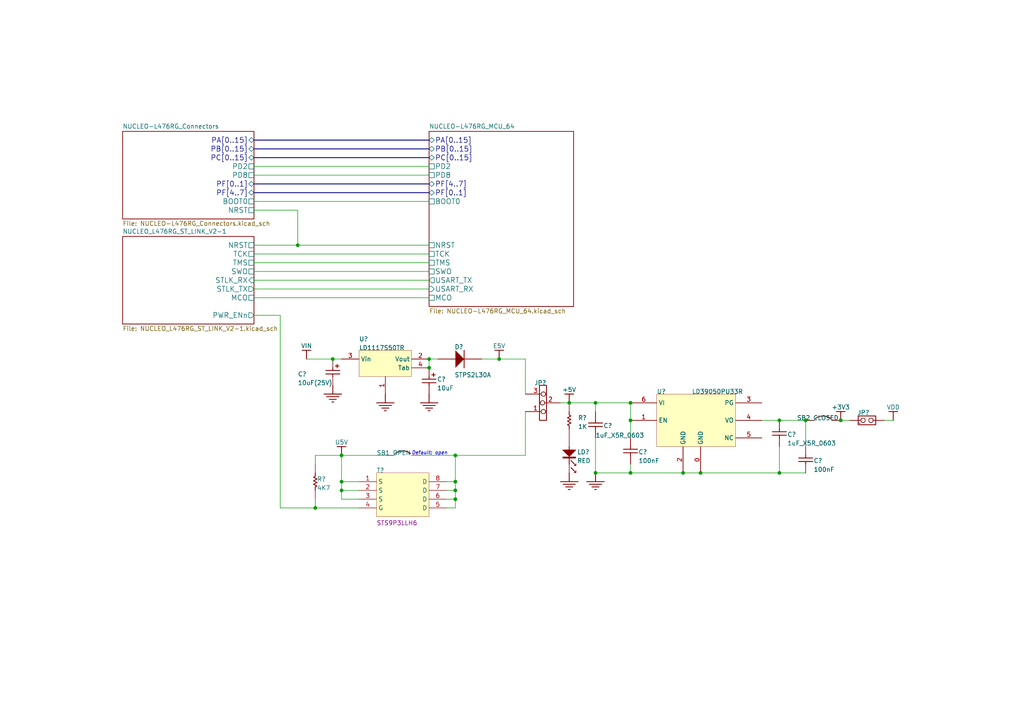
<source format=kicad_sch>
(kicad_sch
	(version 20250114)
	(generator "eeschema")
	(generator_version "9.0")
	(uuid "fb306e2e-c1e1-4a2a-94c1-10aa970a5fc5")
	(paper "A4")
	(lib_symbols
		(symbol "Project_Overview-altium-import:+3V3_BAR"
			(power)
			(exclude_from_sim no)
			(in_bom yes)
			(on_board yes)
			(property "Reference" "#PWR"
				(at 0 0 0)
				(effects
					(font
						(size 1.27 1.27)
					)
				)
			)
			(property "Value" "+3V3"
				(at 0 3.81 0)
				(effects
					(font
						(size 1.27 1.27)
					)
				)
			)
			(property "Footprint" ""
				(at 0 0 0)
				(effects
					(font
						(size 1.27 1.27)
					)
					(hide yes)
				)
			)
			(property "Datasheet" ""
				(at 0 0 0)
				(effects
					(font
						(size 1.27 1.27)
					)
					(hide yes)
				)
			)
			(property "Description" "Power symbol creates a global label with name '+3V3'"
				(at 0 0 0)
				(effects
					(font
						(size 1.27 1.27)
					)
					(hide yes)
				)
			)
			(property "ki_keywords" "power-flag"
				(at 0 0 0)
				(effects
					(font
						(size 1.27 1.27)
					)
					(hide yes)
				)
			)
			(symbol "+3V3_BAR_0_0"
				(polyline
					(pts
						(xy -1.27 -2.54) (xy 1.27 -2.54)
					)
					(stroke
						(width 0.254)
						(type solid)
					)
					(fill
						(type none)
					)
				)
				(polyline
					(pts
						(xy 0 0) (xy 0 -2.54)
					)
					(stroke
						(width 0.254)
						(type solid)
					)
					(fill
						(type none)
					)
				)
				(pin power_in line
					(at 0 0 0)
					(length 0)
					(hide yes)
					(name "+3V3"
						(effects
							(font
								(size 1.27 1.27)
							)
						)
					)
					(number ""
						(effects
							(font
								(size 1.27 1.27)
							)
						)
					)
				)
			)
			(embedded_fonts no)
		)
		(symbol "Project_Overview-altium-import:+5V_BAR"
			(power)
			(exclude_from_sim no)
			(in_bom yes)
			(on_board yes)
			(property "Reference" "#PWR"
				(at 0 0 0)
				(effects
					(font
						(size 1.27 1.27)
					)
				)
			)
			(property "Value" "+5V"
				(at 0 3.81 0)
				(effects
					(font
						(size 1.27 1.27)
					)
				)
			)
			(property "Footprint" ""
				(at 0 0 0)
				(effects
					(font
						(size 1.27 1.27)
					)
					(hide yes)
				)
			)
			(property "Datasheet" ""
				(at 0 0 0)
				(effects
					(font
						(size 1.27 1.27)
					)
					(hide yes)
				)
			)
			(property "Description" "Power symbol creates a global label with name '+5V'"
				(at 0 0 0)
				(effects
					(font
						(size 1.27 1.27)
					)
					(hide yes)
				)
			)
			(property "ki_keywords" "power-flag"
				(at 0 0 0)
				(effects
					(font
						(size 1.27 1.27)
					)
					(hide yes)
				)
			)
			(symbol "+5V_BAR_0_0"
				(polyline
					(pts
						(xy -1.27 -2.54) (xy 1.27 -2.54)
					)
					(stroke
						(width 0.254)
						(type solid)
					)
					(fill
						(type none)
					)
				)
				(polyline
					(pts
						(xy 0 0) (xy 0 -2.54)
					)
					(stroke
						(width 0.254)
						(type solid)
					)
					(fill
						(type none)
					)
				)
				(pin power_in line
					(at 0 0 0)
					(length 0)
					(hide yes)
					(name "+5V"
						(effects
							(font
								(size 1.27 1.27)
							)
						)
					)
					(number ""
						(effects
							(font
								(size 1.27 1.27)
							)
						)
					)
				)
			)
			(embedded_fonts no)
		)
		(symbol "Project_Overview-altium-import:E5V_BAR"
			(power)
			(exclude_from_sim no)
			(in_bom yes)
			(on_board yes)
			(property "Reference" "#PWR"
				(at 0 0 0)
				(effects
					(font
						(size 1.27 1.27)
					)
				)
			)
			(property "Value" "E5V"
				(at 0 3.81 0)
				(effects
					(font
						(size 1.27 1.27)
					)
				)
			)
			(property "Footprint" ""
				(at 0 0 0)
				(effects
					(font
						(size 1.27 1.27)
					)
					(hide yes)
				)
			)
			(property "Datasheet" ""
				(at 0 0 0)
				(effects
					(font
						(size 1.27 1.27)
					)
					(hide yes)
				)
			)
			(property "Description" "Power symbol creates a global label with name 'E5V'"
				(at 0 0 0)
				(effects
					(font
						(size 1.27 1.27)
					)
					(hide yes)
				)
			)
			(property "ki_keywords" "power-flag"
				(at 0 0 0)
				(effects
					(font
						(size 1.27 1.27)
					)
					(hide yes)
				)
			)
			(symbol "E5V_BAR_0_0"
				(polyline
					(pts
						(xy -1.27 -2.54) (xy 1.27 -2.54)
					)
					(stroke
						(width 0.254)
						(type solid)
					)
					(fill
						(type none)
					)
				)
				(polyline
					(pts
						(xy 0 0) (xy 0 -2.54)
					)
					(stroke
						(width 0.254)
						(type solid)
					)
					(fill
						(type none)
					)
				)
				(pin power_in line
					(at 0 0 0)
					(length 0)
					(hide yes)
					(name "E5V"
						(effects
							(font
								(size 1.27 1.27)
							)
						)
					)
					(number ""
						(effects
							(font
								(size 1.27 1.27)
							)
						)
					)
				)
			)
			(embedded_fonts no)
		)
		(symbol "Project_Overview-altium-import:GND_POWER_GROUND"
			(power)
			(exclude_from_sim no)
			(in_bom yes)
			(on_board yes)
			(property "Reference" "#PWR"
				(at 0 0 0)
				(effects
					(font
						(size 1.27 1.27)
					)
				)
			)
			(property "Value" "GND"
				(at 0 6.35 0)
				(effects
					(font
						(size 1.27 1.27)
					)
				)
			)
			(property "Footprint" ""
				(at 0 0 0)
				(effects
					(font
						(size 1.27 1.27)
					)
					(hide yes)
				)
			)
			(property "Datasheet" ""
				(at 0 0 0)
				(effects
					(font
						(size 1.27 1.27)
					)
					(hide yes)
				)
			)
			(property "Description" "Power symbol creates a global label with name 'GND'"
				(at 0 0 0)
				(effects
					(font
						(size 1.27 1.27)
					)
					(hide yes)
				)
			)
			(property "ki_keywords" "power-flag"
				(at 0 0 0)
				(effects
					(font
						(size 1.27 1.27)
					)
					(hide yes)
				)
			)
			(symbol "GND_POWER_GROUND_0_0"
				(polyline
					(pts
						(xy -2.54 -2.54) (xy 2.54 -2.54)
					)
					(stroke
						(width 0.254)
						(type solid)
					)
					(fill
						(type none)
					)
				)
				(polyline
					(pts
						(xy -1.778 -3.302) (xy 1.778 -3.302)
					)
					(stroke
						(width 0.254)
						(type solid)
					)
					(fill
						(type none)
					)
				)
				(polyline
					(pts
						(xy -1.016 -4.064) (xy 1.016 -4.064)
					)
					(stroke
						(width 0.254)
						(type solid)
					)
					(fill
						(type none)
					)
				)
				(polyline
					(pts
						(xy -0.254 -4.826) (xy 0.254 -4.826)
					)
					(stroke
						(width 0.254)
						(type solid)
					)
					(fill
						(type none)
					)
				)
				(polyline
					(pts
						(xy 0 0) (xy 0 -2.54)
					)
					(stroke
						(width 0.254)
						(type solid)
					)
					(fill
						(type none)
					)
				)
				(pin power_in line
					(at 0 0 0)
					(length 0)
					(hide yes)
					(name "GND"
						(effects
							(font
								(size 1.27 1.27)
							)
						)
					)
					(number ""
						(effects
							(font
								(size 1.27 1.27)
							)
						)
					)
				)
			)
			(embedded_fonts no)
		)
		(symbol "Project_Overview-altium-import:U5V_BAR"
			(power)
			(exclude_from_sim no)
			(in_bom yes)
			(on_board yes)
			(property "Reference" "#PWR"
				(at 0 0 0)
				(effects
					(font
						(size 1.27 1.27)
					)
				)
			)
			(property "Value" "U5V"
				(at 0 3.81 0)
				(effects
					(font
						(size 1.27 1.27)
					)
				)
			)
			(property "Footprint" ""
				(at 0 0 0)
				(effects
					(font
						(size 1.27 1.27)
					)
					(hide yes)
				)
			)
			(property "Datasheet" ""
				(at 0 0 0)
				(effects
					(font
						(size 1.27 1.27)
					)
					(hide yes)
				)
			)
			(property "Description" "Power symbol creates a global label with name 'U5V'"
				(at 0 0 0)
				(effects
					(font
						(size 1.27 1.27)
					)
					(hide yes)
				)
			)
			(property "ki_keywords" "power-flag"
				(at 0 0 0)
				(effects
					(font
						(size 1.27 1.27)
					)
					(hide yes)
				)
			)
			(symbol "U5V_BAR_0_0"
				(polyline
					(pts
						(xy -1.27 -2.54) (xy 1.27 -2.54)
					)
					(stroke
						(width 0.254)
						(type solid)
					)
					(fill
						(type none)
					)
				)
				(polyline
					(pts
						(xy 0 0) (xy 0 -2.54)
					)
					(stroke
						(width 0.254)
						(type solid)
					)
					(fill
						(type none)
					)
				)
				(pin power_in line
					(at 0 0 0)
					(length 0)
					(hide yes)
					(name "U5V"
						(effects
							(font
								(size 1.27 1.27)
							)
						)
					)
					(number ""
						(effects
							(font
								(size 1.27 1.27)
							)
						)
					)
				)
			)
			(embedded_fonts no)
		)
		(symbol "Project_Overview-altium-import:U_Top_0_Circuit Breaker"
			(exclude_from_sim no)
			(in_bom yes)
			(on_board yes)
			(property "Reference" ""
				(at 0 0 0)
				(effects
					(font
						(size 1.27 1.27)
					)
				)
			)
			(property "Value" ""
				(at 0 0 0)
				(effects
					(font
						(size 1.27 1.27)
					)
				)
			)
			(property "Footprint" ""
				(at 0 0 0)
				(effects
					(font
						(size 1.27 1.27)
					)
					(hide yes)
				)
			)
			(property "Datasheet" ""
				(at 0 0 0)
				(effects
					(font
						(size 1.27 1.27)
					)
					(hide yes)
				)
			)
			(property "Description" "Circuit Breaker"
				(at 0 0 0)
				(effects
					(font
						(size 1.27 1.27)
					)
					(hide yes)
				)
			)
			(property "ki_fp_filters" "*JP2_SMD*"
				(at 0 0 0)
				(effects
					(font
						(size 1.27 1.27)
					)
					(hide yes)
				)
			)
			(symbol "U_Top_0_Circuit Breaker_1_0"
				(arc
					(start 0.254 -2.032)
					(mid 1.3352 -1.4655)
					(end 2.54 -1.27)
					(stroke
						(width 0.254)
						(type solid)
					)
					(fill
						(type none)
					)
				)
				(arc
					(start 2.54 -1.27)
					(mid 3.7448 -1.4655)
					(end 4.826 -2.032)
					(stroke
						(width 0.254)
						(type solid)
					)
					(fill
						(type none)
					)
				)
				(pin passive line
					(at -2.54 -2.54 0)
					(length 2.54)
					(name "1"
						(effects
							(font
								(size 0 0)
							)
						)
					)
					(number "1"
						(effects
							(font
								(size 0 0)
							)
						)
					)
				)
				(pin passive line
					(at 7.62 -2.54 180)
					(length 2.54)
					(name "2"
						(effects
							(font
								(size 0 0)
							)
						)
					)
					(number "2"
						(effects
							(font
								(size 0 0)
							)
						)
					)
				)
			)
			(embedded_fonts no)
		)
		(symbol "Project_Overview-altium-import:U_Top_0_JP2"
			(exclude_from_sim no)
			(in_bom yes)
			(on_board yes)
			(property "Reference" ""
				(at 0 0 0)
				(effects
					(font
						(size 1.27 1.27)
					)
				)
			)
			(property "Value" ""
				(at 0 0 0)
				(effects
					(font
						(size 1.27 1.27)
					)
				)
			)
			(property "Footprint" ""
				(at 0 0 0)
				(effects
					(font
						(size 1.27 1.27)
					)
					(hide yes)
				)
			)
			(property "Datasheet" ""
				(at 0 0 0)
				(effects
					(font
						(size 1.27 1.27)
					)
					(hide yes)
				)
			)
			(property "Description" ""
				(at 0 0 0)
				(effects
					(font
						(size 1.27 1.27)
					)
					(hide yes)
				)
			)
			(property "ki_fp_filters" "*SIP2/2.54*"
				(at 0 0 0)
				(effects
					(font
						(size 1.27 1.27)
					)
					(hide yes)
				)
			)
			(symbol "U_Top_0_JP2_1_0"
				(polyline
					(pts
						(xy -2.54 1.27) (xy 2.54 1.27) (xy 2.54 -1.27) (xy -2.54 -1.27) (xy -2.54 1.27)
					)
					(stroke
						(width 0.254)
						(type solid)
					)
					(fill
						(type none)
					)
				)
				(pin passive inverted
					(at -5.08 0 0)
					(length 4.572)
					(name "COMMON"
						(effects
							(font
								(size 0 0)
							)
						)
					)
					(number "1"
						(effects
							(font
								(size 0 0)
							)
						)
					)
				)
				(pin passive inverted
					(at 5.08 0 180)
					(length 4.572)
					(name "NO"
						(effects
							(font
								(size 0 0)
							)
						)
					)
					(number "2"
						(effects
							(font
								(size 0 0)
							)
						)
					)
				)
			)
			(embedded_fonts no)
		)
		(symbol "Project_Overview-altium-import:U_Top_0_Jumper3"
			(exclude_from_sim no)
			(in_bom yes)
			(on_board yes)
			(property "Reference" ""
				(at 0 0 0)
				(effects
					(font
						(size 1.27 1.27)
					)
				)
			)
			(property "Value" ""
				(at 0 0 0)
				(effects
					(font
						(size 1.27 1.27)
					)
				)
			)
			(property "Footprint" ""
				(at 0 0 0)
				(effects
					(font
						(size 1.27 1.27)
					)
					(hide yes)
				)
			)
			(property "Datasheet" ""
				(at 0 0 0)
				(effects
					(font
						(size 1.27 1.27)
					)
					(hide yes)
				)
			)
			(property "Description" ""
				(at 0 0 0)
				(effects
					(font
						(size 1.27 1.27)
					)
					(hide yes)
				)
			)
			(property "ki_fp_filters" "*SIP3*"
				(at 0 0 0)
				(effects
					(font
						(size 1.27 1.27)
					)
					(hide yes)
				)
			)
			(symbol "U_Top_0_Jumper3_1_0"
				(polyline
					(pts
						(xy 1.016 0) (xy -1.016 0) (xy -1.016 -10.16) (xy 1.016 -10.16) (xy 1.016 0)
					)
					(stroke
						(width 0.254)
						(type solid)
					)
					(fill
						(type none)
					)
				)
				(pin passive inverted
					(at -5.08 -2.54 0)
					(length 5.842)
					(name ""
						(effects
							(font
								(size 0 0)
							)
						)
					)
					(number "3"
						(effects
							(font
								(size 1.27 1.27)
							)
						)
					)
				)
				(pin passive inverted
					(at -5.08 -7.62 0)
					(length 5.842)
					(name ""
						(effects
							(font
								(size 0 0)
							)
						)
					)
					(number "1"
						(effects
							(font
								(size 1.27 1.27)
							)
						)
					)
				)
				(pin passive inverted
					(at 5.08 -5.08 180)
					(length 5.842)
					(name ""
						(effects
							(font
								(size 0 0)
							)
						)
					)
					(number "2"
						(effects
							(font
								(size 1.27 1.27)
							)
						)
					)
				)
			)
			(embedded_fonts no)
		)
		(symbol "Project_Overview-altium-import:U_Top_0_LD1117_0"
			(exclude_from_sim no)
			(in_bom yes)
			(on_board yes)
			(property "Reference" ""
				(at 0 0 0)
				(effects
					(font
						(size 1.27 1.27)
					)
				)
			)
			(property "Value" ""
				(at 0 0 0)
				(effects
					(font
						(size 1.27 1.27)
					)
				)
			)
			(property "Footprint" ""
				(at 0 0 0)
				(effects
					(font
						(size 1.27 1.27)
					)
					(hide yes)
				)
			)
			(property "Datasheet" ""
				(at 0 0 0)
				(effects
					(font
						(size 1.27 1.27)
					)
					(hide yes)
				)
			)
			(property "Description" ""
				(at 0 0 0)
				(effects
					(font
						(size 1.27 1.27)
					)
					(hide yes)
				)
			)
			(property "ki_fp_filters" "*SOT-223*"
				(at 0 0 0)
				(effects
					(font
						(size 1.27 1.27)
					)
					(hide yes)
				)
			)
			(symbol "U_Top_0_LD1117_0_1_0"
				(rectangle
					(start 7.62 2.54)
					(end -7.62 -5.08)
					(stroke
						(width 0.0254)
						(type solid)
						(color 128 0 0 1)
					)
					(fill
						(type background)
					)
				)
				(pin input line
					(at -12.7 0 0)
					(length 5.08)
					(name "Vin"
						(effects
							(font
								(size 1.27 1.27)
							)
						)
					)
					(number "3"
						(effects
							(font
								(size 1.27 1.27)
							)
						)
					)
				)
				(pin passive line
					(at 0 -10.16 90)
					(length 5.08)
					(name ""
						(effects
							(font
								(size 1.27 1.27)
							)
						)
					)
					(number "1"
						(effects
							(font
								(size 1.27 1.27)
							)
						)
					)
				)
				(pin power_in line
					(at 12.7 0 180)
					(length 5.08)
					(name "Vout"
						(effects
							(font
								(size 1.27 1.27)
							)
						)
					)
					(number "2"
						(effects
							(font
								(size 1.27 1.27)
							)
						)
					)
				)
				(pin power_in line
					(at 12.7 -2.54 180)
					(length 5.08)
					(name "Tab"
						(effects
							(font
								(size 1.27 1.27)
							)
						)
					)
					(number "4"
						(effects
							(font
								(size 1.27 1.27)
							)
						)
					)
				)
			)
			(embedded_fonts no)
		)
		(symbol "Project_Overview-altium-import:U_Top_0_LD39050P_0"
			(exclude_from_sim no)
			(in_bom yes)
			(on_board yes)
			(property "Reference" ""
				(at 0 0 0)
				(effects
					(font
						(size 1.27 1.27)
					)
				)
			)
			(property "Value" ""
				(at 0 0 0)
				(effects
					(font
						(size 1.27 1.27)
					)
				)
			)
			(property "Footprint" ""
				(at 0 0 0)
				(effects
					(font
						(size 1.27 1.27)
					)
					(hide yes)
				)
			)
			(property "Datasheet" ""
				(at 0 0 0)
				(effects
					(font
						(size 1.27 1.27)
					)
					(hide yes)
				)
			)
			(property "Description" ""
				(at 0 0 0)
				(effects
					(font
						(size 1.27 1.27)
					)
					(hide yes)
				)
			)
			(property "ki_fp_filters" "*DFN6(3X3)*"
				(at 0 0 0)
				(effects
					(font
						(size 1.27 1.27)
					)
					(hide yes)
				)
			)
			(symbol "U_Top_0_LD39050P_0_1_0"
				(rectangle
					(start 22.86 0)
					(end 0 -15.24)
					(stroke
						(width 0.0254)
						(type solid)
						(color 128 0 0 1)
					)
					(fill
						(type background)
					)
				)
				(pin passive line
					(at -7.62 -2.54 0)
					(length 7.62)
					(name "VI"
						(effects
							(font
								(size 1.27 1.27)
							)
						)
					)
					(number "6"
						(effects
							(font
								(size 1.27 1.27)
							)
						)
					)
				)
				(pin passive line
					(at -7.62 -7.62 0)
					(length 7.62)
					(name "EN"
						(effects
							(font
								(size 1.27 1.27)
							)
						)
					)
					(number "1"
						(effects
							(font
								(size 1.27 1.27)
							)
						)
					)
				)
				(pin passive line
					(at 7.62 -22.86 90)
					(length 7.62)
					(name "GND"
						(effects
							(font
								(size 1.27 1.27)
							)
						)
					)
					(number "2"
						(effects
							(font
								(size 1.27 1.27)
							)
						)
					)
				)
				(pin passive line
					(at 12.7 -22.86 90)
					(length 7.62)
					(name "GND"
						(effects
							(font
								(size 1.27 1.27)
							)
						)
					)
					(number "0"
						(effects
							(font
								(size 1.27 1.27)
							)
						)
					)
				)
				(pin passive line
					(at 30.48 -2.54 180)
					(length 7.62)
					(name "PG"
						(effects
							(font
								(size 1.27 1.27)
							)
						)
					)
					(number "3"
						(effects
							(font
								(size 1.27 1.27)
							)
						)
					)
				)
				(pin passive line
					(at 30.48 -7.62 180)
					(length 7.62)
					(name "VO"
						(effects
							(font
								(size 1.27 1.27)
							)
						)
					)
					(number "4"
						(effects
							(font
								(size 1.27 1.27)
							)
						)
					)
				)
				(pin passive line
					(at 30.48 -12.7 180)
					(length 7.62)
					(name "NC"
						(effects
							(font
								(size 1.27 1.27)
							)
						)
					)
					(number "5"
						(effects
							(font
								(size 1.27 1.27)
							)
						)
					)
				)
			)
			(embedded_fonts no)
		)
		(symbol "Project_Overview-altium-import:U_Top_0_PHOTO_0"
			(exclude_from_sim no)
			(in_bom yes)
			(on_board yes)
			(property "Reference" ""
				(at 0 0 0)
				(effects
					(font
						(size 1.27 1.27)
					)
				)
			)
			(property "Value" ""
				(at 0 0 0)
				(effects
					(font
						(size 1.27 1.27)
					)
				)
			)
			(property "Footprint" ""
				(at 0 0 0)
				(effects
					(font
						(size 1.27 1.27)
					)
					(hide yes)
				)
			)
			(property "Datasheet" ""
				(at 0 0 0)
				(effects
					(font
						(size 1.27 1.27)
					)
					(hide yes)
				)
			)
			(property "Description" ""
				(at 0 0 0)
				(effects
					(font
						(size 1.27 1.27)
					)
					(hide yes)
				)
			)
			(property "ki_fp_filters" "*0603D*"
				(at 0 0 0)
				(effects
					(font
						(size 1.27 1.27)
					)
					(hide yes)
				)
			)
			(symbol "U_Top_0_PHOTO_0_1_0"
				(polyline
					(pts
						(xy -1.778 -5.588) (xy -1.778 -5.842)
					)
					(stroke
						(width 0.254)
						(type solid)
					)
					(fill
						(type none)
					)
				)
				(polyline
					(pts
						(xy -1.27 -3.556) (xy -1.27 -4.064)
					)
					(stroke
						(width 0.254)
						(type solid)
					)
					(fill
						(type none)
					)
				)
				(polyline
					(pts
						(xy -1.016 -3.556) (xy -1.016 -4.318)
					)
					(stroke
						(width 0.254)
						(type solid)
					)
					(fill
						(type none)
					)
				)
				(polyline
					(pts
						(xy -0.762 -3.556) (xy -0.762 -4.572)
					)
					(stroke
						(width 0.254)
						(type solid)
					)
					(fill
						(type none)
					)
				)
				(polyline
					(pts
						(xy -0.508 -3.556) (xy -0.508 -4.826)
					)
					(stroke
						(width 0.254)
						(type solid)
					)
					(fill
						(type none)
					)
				)
				(polyline
					(pts
						(xy -0.254 -3.556) (xy -0.254 -5.08)
					)
					(stroke
						(width 0.254)
						(type solid)
					)
					(fill
						(type none)
					)
				)
				(polyline
					(pts
						(xy -0.254 -5.08) (xy -1.778 -3.556)
					)
					(stroke
						(width 0.254)
						(type solid)
					)
					(fill
						(type none)
					)
				)
				(polyline
					(pts
						(xy -0.254 -5.588) (xy -0.254 -5.842)
					)
					(stroke
						(width 0.254)
						(type solid)
					)
					(fill
						(type none)
					)
				)
				(polyline
					(pts
						(xy 0 -2.54) (xy 0 -7.62)
					)
					(stroke
						(width 0.254)
						(type solid)
					)
					(fill
						(type none)
					)
				)
				(polyline
					(pts
						(xy 0.254 -3.556) (xy 0.254 -5.08)
					)
					(stroke
						(width 0.254)
						(type solid)
					)
					(fill
						(type none)
					)
				)
				(polyline
					(pts
						(xy 0.254 -5.08) (xy -0.254 -5.08)
					)
					(stroke
						(width 0.254)
						(type solid)
					)
					(fill
						(type none)
					)
				)
				(polyline
					(pts
						(xy 0.254 -5.588) (xy 0.254 -5.842)
					)
					(stroke
						(width 0.254)
						(type solid)
					)
					(fill
						(type none)
					)
				)
				(polyline
					(pts
						(xy 0.508 -3.556) (xy 0.508 -4.826)
					)
					(stroke
						(width 0.254)
						(type solid)
					)
					(fill
						(type none)
					)
				)
				(polyline
					(pts
						(xy 0.508 -4.826) (xy -0.508 -4.826)
					)
					(stroke
						(width 0.254)
						(type solid)
					)
					(fill
						(type none)
					)
				)
				(polyline
					(pts
						(xy 0.508 -6.604) (xy 1.524 -7.62)
					)
					(stroke
						(width 0.254)
						(type solid)
					)
					(fill
						(type none)
					)
				)
				(polyline
					(pts
						(xy 0.508 -8.636) (xy 1.524 -9.652)
					)
					(stroke
						(width 0.254)
						(type solid)
					)
					(fill
						(type none)
					)
				)
				(polyline
					(pts
						(xy 0.762 -3.556) (xy 0.762 -4.572)
					)
					(stroke
						(width 0.254)
						(type solid)
					)
					(fill
						(type none)
					)
				)
				(polyline
					(pts
						(xy 0.762 -4.572) (xy -0.762 -4.572)
					)
					(stroke
						(width 0.254)
						(type solid)
					)
					(fill
						(type none)
					)
				)
				(polyline
					(pts
						(xy 1.016 -3.556) (xy 1.016 -4.318)
					)
					(stroke
						(width 0.254)
						(type solid)
					)
					(fill
						(type none)
					)
				)
				(polyline
					(pts
						(xy 1.016 -4.318) (xy -1.016 -4.318)
					)
					(stroke
						(width 0.254)
						(type solid)
					)
					(fill
						(type none)
					)
				)
				(polyline
					(pts
						(xy 1.27 -3.556) (xy 1.27 -4.064)
					)
					(stroke
						(width 0.254)
						(type solid)
					)
					(fill
						(type none)
					)
				)
				(polyline
					(pts
						(xy 1.27 -4.064) (xy -1.27 -4.064)
					)
					(stroke
						(width 0.254)
						(type solid)
					)
					(fill
						(type none)
					)
				)
				(polyline
					(pts
						(xy 1.524 -3.81) (xy -1.524 -3.81)
					)
					(stroke
						(width 0.254)
						(type solid)
					)
					(fill
						(type none)
					)
				)
				(polyline
					(pts
						(xy 1.778 -3.556) (xy -1.778 -3.556)
					)
					(stroke
						(width 0.254)
						(type solid)
					)
					(fill
						(type none)
					)
				)
				(polyline
					(pts
						(xy 1.778 -3.556) (xy 0.254 -5.08)
					)
					(stroke
						(width 0.254)
						(type solid)
					)
					(fill
						(type none)
					)
				)
				(polyline
					(pts
						(xy 1.778 -5.588) (xy -1.778 -5.588)
					)
					(stroke
						(width 0.254)
						(type solid)
					)
					(fill
						(type none)
					)
				)
				(polyline
					(pts
						(xy 1.778 -5.588) (xy 1.778 -5.842)
					)
					(stroke
						(width 0.254)
						(type solid)
					)
					(fill
						(type none)
					)
				)
				(polyline
					(pts
						(xy 1.778 -5.842) (xy -1.778 -5.842)
					)
					(stroke
						(width 0.254)
						(type solid)
					)
					(fill
						(type none)
					)
				)
				(polyline
					(pts
						(xy 2.032 -7.366) (xy 2.032 -8.128) (xy 1.27 -8.128) (xy 2.032 -7.366)
					)
					(stroke
						(width -0.0001)
						(type solid)
					)
					(fill
						(type outline)
					)
				)
				(polyline
					(pts
						(xy 2.032 -9.398) (xy 2.032 -10.16) (xy 1.27 -10.16) (xy 2.032 -9.398)
					)
					(stroke
						(width -0.0001)
						(type solid)
					)
					(fill
						(type outline)
					)
				)
				(pin passive line
					(at 0 0 270)
					(length 2.54)
					(name ""
						(effects
							(font
								(size 0 0)
							)
						)
					)
					(number "1"
						(effects
							(font
								(size 0 0)
							)
						)
					)
				)
				(pin passive line
					(at 0 -10.16 90)
					(length 2.54)
					(name ""
						(effects
							(font
								(size 0 0)
							)
						)
					)
					(number "2"
						(effects
							(font
								(size 0 0)
							)
						)
					)
				)
			)
			(embedded_fonts no)
		)
		(symbol "Project_Overview-altium-import:U_Top_0_STPS2L30A"
			(exclude_from_sim no)
			(in_bom yes)
			(on_board yes)
			(property "Reference" ""
				(at 0 0 0)
				(effects
					(font
						(size 1.27 1.27)
					)
				)
			)
			(property "Value" ""
				(at 0 0 0)
				(effects
					(font
						(size 1.27 1.27)
					)
				)
			)
			(property "Footprint" ""
				(at 0 0 0)
				(effects
					(font
						(size 1.27 1.27)
					)
					(hide yes)
				)
			)
			(property "Datasheet" ""
				(at 0 0 0)
				(effects
					(font
						(size 1.27 1.27)
					)
					(hide yes)
				)
			)
			(property "Description" "STPS2L30A"
				(at 0 0 0)
				(effects
					(font
						(size 1.27 1.27)
					)
					(hide yes)
				)
			)
			(property "ki_fp_filters" "*SMA*"
				(at 0 0 0)
				(effects
					(font
						(size 1.27 1.27)
					)
					(hide yes)
				)
			)
			(symbol "U_Top_0_STPS2L30A_1_0"
				(polyline
					(pts
						(xy 0 -5.08) (xy 2.54 -2.54) (xy 0 0) (xy 0 -5.08)
					)
					(stroke
						(width -0.0001)
						(type solid)
					)
					(fill
						(type outline)
					)
				)
				(polyline
					(pts
						(xy 2.54 0) (xy 2.54 -5.08)
					)
					(stroke
						(width 0.254)
						(type solid)
					)
					(fill
						(type none)
					)
				)
				(pin passive line
					(at -5.08 -2.54 0)
					(length 5.08)
					(name "A"
						(effects
							(font
								(size 0 0)
							)
						)
					)
					(number "1"
						(effects
							(font
								(size 0 0)
							)
						)
					)
				)
				(pin passive line
					(at 7.62 -2.54 180)
					(length 5.08)
					(name "K"
						(effects
							(font
								(size 0 0)
							)
						)
					)
					(number "2"
						(effects
							(font
								(size 0 0)
							)
						)
					)
				)
			)
			(embedded_fonts no)
		)
		(symbol "Project_Overview-altium-import:U_Top_0_TRANS_P-CHANNEL_STS9P3LLH6"
			(exclude_from_sim no)
			(in_bom yes)
			(on_board yes)
			(property "Reference" ""
				(at 0 0 0)
				(effects
					(font
						(size 1.27 1.27)
					)
				)
			)
			(property "Value" ""
				(at 0 0 0)
				(effects
					(font
						(size 1.27 1.27)
					)
				)
			)
			(property "Footprint" ""
				(at 0 0 0)
				(effects
					(font
						(size 1.27 1.27)
					)
					(hide yes)
				)
			)
			(property "Datasheet" ""
				(at 0 0 0)
				(effects
					(font
						(size 1.27 1.27)
					)
					(hide yes)
				)
			)
			(property "Description" "Transistor, MOSFET, P-CH, -30V, -9A, SO-8"
				(at 0 0 0)
				(effects
					(font
						(size 1.27 1.27)
					)
					(hide yes)
				)
			)
			(property "ki_fp_filters" "*ICC_SO8_5X4_P127*"
				(at 0 0 0)
				(effects
					(font
						(size 1.27 1.27)
					)
					(hide yes)
				)
			)
			(symbol "U_Top_0_TRANS_P-CHANNEL_STS9P3LLH6_1_0"
				(rectangle
					(start 15.214 -0.001)
					(end -0.026 -12.701)
					(stroke
						(width 0.0254)
						(type solid)
						(color 128 0 0 1)
					)
					(fill
						(type background)
					)
				)
				(pin passive line
					(at -5.106 -2.541 0)
					(length 5.08)
					(name "S"
						(effects
							(font
								(size 1.27 1.27)
							)
						)
					)
					(number "1"
						(effects
							(font
								(size 1.27 1.27)
							)
						)
					)
				)
				(pin passive line
					(at -5.106 -5.081 0)
					(length 5.08)
					(name "S"
						(effects
							(font
								(size 1.27 1.27)
							)
						)
					)
					(number "2"
						(effects
							(font
								(size 1.27 1.27)
							)
						)
					)
				)
				(pin passive line
					(at -5.106 -7.621 0)
					(length 5.08)
					(name "S"
						(effects
							(font
								(size 1.27 1.27)
							)
						)
					)
					(number "3"
						(effects
							(font
								(size 1.27 1.27)
							)
						)
					)
				)
				(pin passive line
					(at -5.106 -10.161 0)
					(length 5.08)
					(name "G"
						(effects
							(font
								(size 1.27 1.27)
							)
						)
					)
					(number "4"
						(effects
							(font
								(size 1.27 1.27)
							)
						)
					)
				)
				(pin passive line
					(at 20.294 -2.541 180)
					(length 5.08)
					(name "D"
						(effects
							(font
								(size 1.27 1.27)
							)
						)
					)
					(number "8"
						(effects
							(font
								(size 1.27 1.27)
							)
						)
					)
				)
				(pin passive line
					(at 20.294 -7.621 180)
					(length 5.08)
					(name "D"
						(effects
							(font
								(size 1.27 1.27)
							)
						)
					)
					(number "6"
						(effects
							(font
								(size 1.27 1.27)
							)
						)
					)
				)
				(pin passive line
					(at 20.294 -10.161 180)
					(length 5.08)
					(name "D"
						(effects
							(font
								(size 1.27 1.27)
							)
						)
					)
					(number "5"
						(effects
							(font
								(size 1.27 1.27)
							)
						)
					)
				)
				(pin passive line
					(at 20.32 -5.08 180)
					(length 5.08)
					(name "D"
						(effects
							(font
								(size 1.27 1.27)
							)
						)
					)
					(number "7"
						(effects
							(font
								(size 1.27 1.27)
							)
						)
					)
				)
			)
			(embedded_fonts no)
		)
		(symbol "Project_Overview-altium-import:U_Top_1_Capacitor_ST"
			(exclude_from_sim no)
			(in_bom yes)
			(on_board yes)
			(property "Reference" ""
				(at 0 0 0)
				(effects
					(font
						(size 1.27 1.27)
					)
				)
			)
			(property "Value" ""
				(at 0 0 0)
				(effects
					(font
						(size 1.27 1.27)
					)
				)
			)
			(property "Footprint" ""
				(at 0 0 0)
				(effects
					(font
						(size 1.27 1.27)
					)
					(hide yes)
				)
			)
			(property "Datasheet" ""
				(at 0 0 0)
				(effects
					(font
						(size 1.27 1.27)
					)
					(hide yes)
				)
			)
			(property "Description" "Capacitor 0402 / 0603 / 0805"
				(at 0 0 0)
				(effects
					(font
						(size 1.27 1.27)
					)
					(hide yes)
				)
			)
			(property "ki_fp_filters" "*0603C*"
				(at 0 0 0)
				(effects
					(font
						(size 1.27 1.27)
					)
					(hide yes)
				)
			)
			(symbol "U_Top_1_Capacitor_ST_1_0"
				(polyline
					(pts
						(xy 0.508 1.778) (xy 4.572 1.778)
					)
					(stroke
						(width 0.254)
						(type solid)
					)
					(fill
						(type none)
					)
				)
				(polyline
					(pts
						(xy 2.54 2.54) (xy 2.54 1.778)
					)
					(stroke
						(width 0.254)
						(type solid)
					)
					(fill
						(type none)
					)
				)
				(polyline
					(pts
						(xy 2.54 0) (xy 2.54 0.762)
					)
					(stroke
						(width 0.254)
						(type solid)
					)
					(fill
						(type none)
					)
				)
				(polyline
					(pts
						(xy 4.572 0.762) (xy 0.508 0.762)
					)
					(stroke
						(width 0.254)
						(type solid)
					)
					(fill
						(type none)
					)
				)
				(pin passive line
					(at 2.54 5.08 270)
					(length 2.54)
					(name "2"
						(effects
							(font
								(size 0 0)
							)
						)
					)
					(number "2"
						(effects
							(font
								(size 0 0)
							)
						)
					)
				)
				(pin passive line
					(at 2.54 -2.54 90)
					(length 2.54)
					(name "1"
						(effects
							(font
								(size 0 0)
							)
						)
					)
					(number "1"
						(effects
							(font
								(size 0 0)
							)
						)
					)
				)
			)
			(embedded_fonts no)
		)
		(symbol "Project_Overview-altium-import:U_Top_1_Resistor_ST"
			(exclude_from_sim no)
			(in_bom yes)
			(on_board yes)
			(property "Reference" ""
				(at 0 0 0)
				(effects
					(font
						(size 1.27 1.27)
					)
				)
			)
			(property "Value" ""
				(at 0 0 0)
				(effects
					(font
						(size 1.27 1.27)
					)
				)
			)
			(property "Footprint" ""
				(at 0 0 0)
				(effects
					(font
						(size 1.27 1.27)
					)
					(hide yes)
				)
			)
			(property "Datasheet" ""
				(at 0 0 0)
				(effects
					(font
						(size 1.27 1.27)
					)
					(hide yes)
				)
			)
			(property "Description" "Resistor 0402 / 0603 / 0805"
				(at 0 0 0)
				(effects
					(font
						(size 1.27 1.27)
					)
					(hide yes)
				)
			)
			(property "ki_fp_filters" "*0603R*"
				(at 0 0 0)
				(effects
					(font
						(size 1.27 1.27)
					)
					(hide yes)
				)
			)
			(symbol "U_Top_1_Resistor_ST_1_0"
				(polyline
					(pts
						(xy 2.54 5.08) (xy 2.54 4.064) (xy 3.048 3.81) (xy 2.032 3.302) (xy 3.048 2.794) (xy 2.032 2.286)
						(xy 3.048 1.778) (xy 2.032 1.27) (xy 2.54 1.016) (xy 2.54 0)
					)
					(stroke
						(width 0.254)
						(type solid)
					)
					(fill
						(type none)
					)
				)
				(pin passive line
					(at 2.54 7.62 270)
					(length 2.54)
					(name "2"
						(effects
							(font
								(size 0 0)
							)
						)
					)
					(number "2"
						(effects
							(font
								(size 0 0)
							)
						)
					)
				)
				(pin passive line
					(at 2.54 -2.54 90)
					(length 2.54)
					(name "1"
						(effects
							(font
								(size 0 0)
							)
						)
					)
					(number "1"
						(effects
							(font
								(size 0 0)
							)
						)
					)
				)
			)
			(embedded_fonts no)
		)
		(symbol "Project_Overview-altium-import:U_Top_1_mirrored_Res1_0"
			(exclude_from_sim no)
			(in_bom yes)
			(on_board yes)
			(property "Reference" ""
				(at 0 0 0)
				(effects
					(font
						(size 1.27 1.27)
					)
				)
			)
			(property "Value" ""
				(at 0 0 0)
				(effects
					(font
						(size 1.27 1.27)
					)
				)
			)
			(property "Footprint" ""
				(at 0 0 0)
				(effects
					(font
						(size 1.27 1.27)
					)
					(hide yes)
				)
			)
			(property "Datasheet" ""
				(at 0 0 0)
				(effects
					(font
						(size 1.27 1.27)
					)
					(hide yes)
				)
			)
			(property "Description" "Resistor"
				(at 0 0 0)
				(effects
					(font
						(size 1.27 1.27)
					)
					(hide yes)
				)
			)
			(property "ki_fp_filters" "*0603R*"
				(at 0 0 0)
				(effects
					(font
						(size 1.27 1.27)
					)
					(hide yes)
				)
			)
			(symbol "U_Top_1_mirrored_Res1_0_1_0"
				(polyline
					(pts
						(xy 2.54 -5.08) (xy 2.54 -4.064) (xy 3.048 -3.81) (xy 2.032 -3.302) (xy 3.048 -2.794) (xy 2.032 -2.286)
						(xy 3.048 -1.778) (xy 2.032 -1.27) (xy 2.54 -1.016) (xy 2.54 0)
					)
					(stroke
						(width 0.254)
						(type solid)
					)
					(fill
						(type none)
					)
				)
				(pin passive line
					(at 2.54 2.54 270)
					(length 2.54)
					(name "1"
						(effects
							(font
								(size 0 0)
							)
						)
					)
					(number "1"
						(effects
							(font
								(size 0 0)
							)
						)
					)
				)
				(pin passive line
					(at 2.54 -7.62 90)
					(length 2.54)
					(name "2"
						(effects
							(font
								(size 0 0)
							)
						)
					)
					(number "2"
						(effects
							(font
								(size 0 0)
							)
						)
					)
				)
			)
			(embedded_fonts no)
		)
		(symbol "Project_Overview-altium-import:U_Top_3_CAP SMD 0603  X5R 1µF 25V 10%"
			(exclude_from_sim no)
			(in_bom yes)
			(on_board yes)
			(property "Reference" ""
				(at 0 0 0)
				(effects
					(font
						(size 1.27 1.27)
					)
				)
			)
			(property "Value" ""
				(at 0 0 0)
				(effects
					(font
						(size 1.27 1.27)
					)
				)
			)
			(property "Footprint" ""
				(at 0 0 0)
				(effects
					(font
						(size 1.27 1.27)
					)
					(hide yes)
				)
			)
			(property "Datasheet" ""
				(at 0 0 0)
				(effects
					(font
						(size 1.27 1.27)
					)
					(hide yes)
				)
			)
			(property "Description" "0603  X5R 1µF"
				(at 0 0 0)
				(effects
					(font
						(size 1.27 1.27)
					)
					(hide yes)
				)
			)
			(property "ki_fp_filters" "*0603C*"
				(at 0 0 0)
				(effects
					(font
						(size 1.27 1.27)
					)
					(hide yes)
				)
			)
			(symbol "U_Top_3_CAP SMD 0603  X5R 1µF 25V 10%_1_0"
				(polyline
					(pts
						(xy -2.032 -3.302) (xy 2.032 -3.302)
					)
					(stroke
						(width 0.254)
						(type solid)
					)
					(fill
						(type none)
					)
				)
				(polyline
					(pts
						(xy 0 -2.54) (xy 0 -3.302)
					)
					(stroke
						(width 0.254)
						(type solid)
					)
					(fill
						(type none)
					)
				)
				(polyline
					(pts
						(xy 0 -5.08) (xy 0 -4.318)
					)
					(stroke
						(width 0.254)
						(type solid)
					)
					(fill
						(type none)
					)
				)
				(polyline
					(pts
						(xy 2.032 -4.318) (xy -2.032 -4.318)
					)
					(stroke
						(width 0.254)
						(type solid)
					)
					(fill
						(type none)
					)
				)
				(pin passive line
					(at 0 0 270)
					(length 2.54)
					(name "1"
						(effects
							(font
								(size 0 0)
							)
						)
					)
					(number "1"
						(effects
							(font
								(size 0 0)
							)
						)
					)
				)
				(pin passive line
					(at 0 -7.62 90)
					(length 2.54)
					(name "2"
						(effects
							(font
								(size 0 0)
							)
						)
					)
					(number "2"
						(effects
							(font
								(size 0 0)
							)
						)
					)
				)
			)
			(embedded_fonts no)
		)
		(symbol "Project_Overview-altium-import:U_Top_3_Cap Pol1"
			(exclude_from_sim no)
			(in_bom yes)
			(on_board yes)
			(property "Reference" ""
				(at 0 0 0)
				(effects
					(font
						(size 1.27 1.27)
					)
				)
			)
			(property "Value" ""
				(at 0 0 0)
				(effects
					(font
						(size 1.27 1.27)
					)
				)
			)
			(property "Footprint" ""
				(at 0 0 0)
				(effects
					(font
						(size 1.27 1.27)
					)
					(hide yes)
				)
			)
			(property "Datasheet" ""
				(at 0 0 0)
				(effects
					(font
						(size 1.27 1.27)
					)
					(hide yes)
				)
			)
			(property "Description" "Polarized Capacitor (Radial)"
				(at 0 0 0)
				(effects
					(font
						(size 1.27 1.27)
					)
					(hide yes)
				)
			)
			(property "ki_fp_filters" "*TAN-A*"
				(at 0 0 0)
				(effects
					(font
						(size 1.27 1.27)
					)
					(hide yes)
				)
			)
			(symbol "U_Top_3_Cap Pol1_1_0"
				(polyline
					(pts
						(xy -4.572 -0.762) (xy -0.508 -0.762)
					)
					(stroke
						(width 0.254)
						(type solid)
					)
					(fill
						(type none)
					)
				)
				(polyline
					(pts
						(xy -4.572 -1.778) (xy -0.508 -1.778)
					)
					(stroke
						(width 0.254)
						(type solid)
					)
					(fill
						(type none)
					)
				)
				(polyline
					(pts
						(xy -2.54 0) (xy -2.54 -0.762)
					)
					(stroke
						(width 0.254)
						(type solid)
					)
					(fill
						(type none)
					)
				)
				(polyline
					(pts
						(xy -2.54 -2.54) (xy -2.54 -1.778)
					)
					(stroke
						(width 0.254)
						(type solid)
					)
					(fill
						(type none)
					)
				)
				(polyline
					(pts
						(xy -1.778 0.508) (xy -0.762 0.508)
					)
					(stroke
						(width 0.254)
						(type solid)
					)
					(fill
						(type none)
					)
				)
				(polyline
					(pts
						(xy -1.27 0) (xy -1.27 1.016)
					)
					(stroke
						(width 0.254)
						(type solid)
					)
					(fill
						(type none)
					)
				)
				(pin passive line
					(at -2.54 2.54 270)
					(length 2.54)
					(name "1"
						(effects
							(font
								(size 0 0)
							)
						)
					)
					(number "1"
						(effects
							(font
								(size 0 0)
							)
						)
					)
				)
				(pin passive line
					(at -2.54 -5.08 90)
					(length 2.54)
					(name "2"
						(effects
							(font
								(size 0 0)
							)
						)
					)
					(number "2"
						(effects
							(font
								(size 0 0)
							)
						)
					)
				)
			)
			(embedded_fonts no)
		)
		(symbol "Project_Overview-altium-import:VDD_BAR"
			(power)
			(exclude_from_sim no)
			(in_bom yes)
			(on_board yes)
			(property "Reference" "#PWR"
				(at 0 0 0)
				(effects
					(font
						(size 1.27 1.27)
					)
				)
			)
			(property "Value" "VDD"
				(at 0 3.81 0)
				(effects
					(font
						(size 1.27 1.27)
					)
				)
			)
			(property "Footprint" ""
				(at 0 0 0)
				(effects
					(font
						(size 1.27 1.27)
					)
					(hide yes)
				)
			)
			(property "Datasheet" ""
				(at 0 0 0)
				(effects
					(font
						(size 1.27 1.27)
					)
					(hide yes)
				)
			)
			(property "Description" "Power symbol creates a global label with name 'VDD'"
				(at 0 0 0)
				(effects
					(font
						(size 1.27 1.27)
					)
					(hide yes)
				)
			)
			(property "ki_keywords" "power-flag"
				(at 0 0 0)
				(effects
					(font
						(size 1.27 1.27)
					)
					(hide yes)
				)
			)
			(symbol "VDD_BAR_0_0"
				(polyline
					(pts
						(xy -1.27 -2.54) (xy 1.27 -2.54)
					)
					(stroke
						(width 0.254)
						(type solid)
					)
					(fill
						(type none)
					)
				)
				(polyline
					(pts
						(xy 0 0) (xy 0 -2.54)
					)
					(stroke
						(width 0.254)
						(type solid)
					)
					(fill
						(type none)
					)
				)
				(pin power_in line
					(at 0 0 0)
					(length 0)
					(hide yes)
					(name "VDD"
						(effects
							(font
								(size 1.27 1.27)
							)
						)
					)
					(number ""
						(effects
							(font
								(size 1.27 1.27)
							)
						)
					)
				)
			)
			(embedded_fonts no)
		)
		(symbol "Project_Overview-altium-import:VIN_BAR"
			(power)
			(exclude_from_sim no)
			(in_bom yes)
			(on_board yes)
			(property "Reference" "#PWR"
				(at 0 0 0)
				(effects
					(font
						(size 1.27 1.27)
					)
				)
			)
			(property "Value" "VIN"
				(at 0 3.81 0)
				(effects
					(font
						(size 1.27 1.27)
					)
				)
			)
			(property "Footprint" ""
				(at 0 0 0)
				(effects
					(font
						(size 1.27 1.27)
					)
					(hide yes)
				)
			)
			(property "Datasheet" ""
				(at 0 0 0)
				(effects
					(font
						(size 1.27 1.27)
					)
					(hide yes)
				)
			)
			(property "Description" "Power symbol creates a global label with name 'VIN'"
				(at 0 0 0)
				(effects
					(font
						(size 1.27 1.27)
					)
					(hide yes)
				)
			)
			(property "ki_keywords" "power-flag"
				(at 0 0 0)
				(effects
					(font
						(size 1.27 1.27)
					)
					(hide yes)
				)
			)
			(symbol "VIN_BAR_0_0"
				(polyline
					(pts
						(xy -1.27 -2.54) (xy 1.27 -2.54)
					)
					(stroke
						(width 0.254)
						(type solid)
					)
					(fill
						(type none)
					)
				)
				(polyline
					(pts
						(xy 0 0) (xy 0 -2.54)
					)
					(stroke
						(width 0.254)
						(type solid)
					)
					(fill
						(type none)
					)
				)
				(pin power_in line
					(at 0 0 0)
					(length 0)
					(hide yes)
					(name "VIN"
						(effects
							(font
								(size 1.27 1.27)
							)
						)
					)
					(number ""
						(effects
							(font
								(size 1.27 1.27)
							)
						)
					)
				)
			)
			(embedded_fonts no)
		)
	)
	(text "Default: open"
		(exclude_from_sim no)
		(at 119.38 132.08 0)
		(effects
			(font
				(size 1.016 1.016)
				(italic yes)
			)
			(justify left bottom)
		)
		(uuid "3103dbfe-8f08-4666-b247-c2a891d6e40f")
	)
	(junction
		(at 132.08 139.701)
		(diameter 0)
		(color 0 0 0 0)
		(uuid "0570ad66-d7e8-4f4f-befc-127af5b256d1")
	)
	(junction
		(at 182.88 137.16)
		(diameter 0)
		(color 0 0 0 0)
		(uuid "1d01ea8e-292a-4166-a3cc-f0ad383f1211")
	)
	(junction
		(at 124.46 104.14)
		(diameter 0)
		(color 0 0 0 0)
		(uuid "2070872f-4c41-4d1d-a978-0c3da71a4a3b")
	)
	(junction
		(at 99.06 139.7)
		(diameter 0)
		(color 0 0 0 0)
		(uuid "262edb54-b75b-4caa-8b33-50477716ec3c")
	)
	(junction
		(at 226.06 137.16)
		(diameter 0)
		(color 0 0 0 0)
		(uuid "2990dc82-56fa-4e40-8fc5-bc306fe72387")
	)
	(junction
		(at 243.84 121.92)
		(diameter 0)
		(color 0 0 0 0)
		(uuid "38b95b91-548f-4741-bfce-e340eb780668")
	)
	(junction
		(at 124.46 106.68)
		(diameter 0)
		(color 0 0 0 0)
		(uuid "3f580105-4835-4ea8-8517-4c8cf282407b")
	)
	(junction
		(at 172.72 137.16)
		(diameter 0)
		(color 0 0 0 0)
		(uuid "41d55952-99a7-41ef-bcec-b94320053dda")
	)
	(junction
		(at 233.68 121.92)
		(diameter 0)
		(color 0 0 0 0)
		(uuid "48796495-33db-4381-ae4f-a266aaa66544")
	)
	(junction
		(at 182.88 116.84)
		(diameter 0)
		(color 0 0 0 0)
		(uuid "5abeb5a4-0e95-4d3f-aed0-ae78bde7d43b")
	)
	(junction
		(at 132.08 144.781)
		(diameter 0)
		(color 0 0 0 0)
		(uuid "5c574aeb-b8e4-4638-af2c-aebb296fa037")
	)
	(junction
		(at 203.2 137.16)
		(diameter 0)
		(color 0 0 0 0)
		(uuid "61b150ec-18aa-492e-a1d1-82af4d68249c")
	)
	(junction
		(at 132.08 142.24)
		(diameter 0)
		(color 0 0 0 0)
		(uuid "6b3ccb2f-b699-47e7-ad1e-94175d814cbb")
	)
	(junction
		(at 132.08 132.08)
		(diameter 0)
		(color 0 0 0 0)
		(uuid "71ac6f6f-31a0-45c3-9a50-79c6af9812c4")
	)
	(junction
		(at 99.06 142.241)
		(diameter 0)
		(color 0 0 0 0)
		(uuid "77398587-3701-424b-8a54-d1eec76cc318")
	)
	(junction
		(at 226.06 121.92)
		(diameter 0)
		(color 0 0 0 0)
		(uuid "7d7da7f9-5c75-4bbe-9171-e644f442cbd0")
	)
	(junction
		(at 96.52 104.14)
		(diameter 0)
		(color 0 0 0 0)
		(uuid "845b38c1-9f13-487e-aab8-67c3dda26907")
	)
	(junction
		(at 91.44 147.32)
		(diameter 0)
		(color 0 0 0 0)
		(uuid "86b40013-f02d-4c6c-9676-b50084e36986")
	)
	(junction
		(at 144.78 104.14)
		(diameter 0)
		(color 0 0 0 0)
		(uuid "89652b2e-79d8-43fd-b4fe-0c640517dd01")
	)
	(junction
		(at 172.72 116.84)
		(diameter 0)
		(color 0 0 0 0)
		(uuid "8d916e5a-2f02-492e-a913-cd4b6f4fa320")
	)
	(junction
		(at 86.36 71.12)
		(diameter 0)
		(color 0 0 0 0)
		(uuid "ab161d94-3392-4443-aeda-8aae96fd1688")
	)
	(junction
		(at 198.12 137.16)
		(diameter 0)
		(color 0 0 0 0)
		(uuid "b2e5b5e4-760f-49c1-9b78-d183e791eaec")
	)
	(junction
		(at 182.88 121.92)
		(diameter 0)
		(color 0 0 0 0)
		(uuid "b5e0a9a4-9f1c-44aa-9862-6285658c2772")
	)
	(junction
		(at 99.06 132.08)
		(diameter 0)
		(color 0 0 0 0)
		(uuid "e18f8cd1-85c3-4152-a4fa-acd249043c0d")
	)
	(junction
		(at 165.1 116.84)
		(diameter 0)
		(color 0 0 0 0)
		(uuid "ee4a3a3b-1478-4843-b225-ba2ca0df5cac")
	)
	(wire
		(pts
			(xy 132.08 142.24) (xy 132.08 144.781)
		)
		(stroke
			(width 0)
			(type default)
		)
		(uuid "005d3c10-831d-46ba-b4f2-f37253c58580")
	)
	(wire
		(pts
			(xy 73.66 81.28) (xy 124.46 81.28)
		)
		(stroke
			(width 0)
			(type default)
		)
		(uuid "0994e00d-fe39-4edc-9a9c-10809877ad59")
	)
	(wire
		(pts
			(xy 73.66 58.42) (xy 124.46 58.42)
		)
		(stroke
			(width 0)
			(type default)
		)
		(uuid "0c6f7290-0f80-4bc7-a6e2-ab8fb06ad86b")
	)
	(wire
		(pts
			(xy 203.2 137.16) (xy 226.06 137.16)
		)
		(stroke
			(width 0)
			(type default)
		)
		(uuid "15012720-0edc-43da-b8cd-3dc574542629")
	)
	(wire
		(pts
			(xy 182.88 137.16) (xy 198.12 137.16)
		)
		(stroke
			(width 0)
			(type default)
		)
		(uuid "2457b7e9-c0a3-4a0b-846f-b6e2e8e3739f")
	)
	(wire
		(pts
			(xy 233.68 129.54) (xy 233.68 121.92)
		)
		(stroke
			(width 0)
			(type default)
		)
		(uuid "24858ef0-8851-41b2-9bd2-792097201cb8")
	)
	(wire
		(pts
			(xy 226.06 137.16) (xy 233.68 137.16)
		)
		(stroke
			(width 0)
			(type default)
		)
		(uuid "2bbf829a-34d3-4317-9337-8d95a2d10398")
	)
	(wire
		(pts
			(xy 91.44 144.78) (xy 91.44 147.32)
		)
		(stroke
			(width 0)
			(type default)
		)
		(uuid "2c6c065c-afa9-45a6-b4e5-273fc6a87a43")
	)
	(wire
		(pts
			(xy 152.4 104.14) (xy 144.78 104.14)
		)
		(stroke
			(width 0)
			(type default)
		)
		(uuid "2dd8cc1f-c667-4fc7-8758-fbbf3ae9ebd4")
	)
	(wire
		(pts
			(xy 73.66 71.12) (xy 86.36 71.12)
		)
		(stroke
			(width 0)
			(type default)
		)
		(uuid "302299f4-4959-4f9f-974f-bf3bcdf32e34")
	)
	(wire
		(pts
			(xy 73.66 48.26) (xy 124.46 48.26)
		)
		(stroke
			(width 0)
			(type default)
		)
		(uuid "37608d3a-a3c6-4bc7-a729-ed32d4695b25")
	)
	(wire
		(pts
			(xy 152.4 132.08) (xy 152.4 119.38)
		)
		(stroke
			(width 0)
			(type default)
		)
		(uuid "3b249da5-484d-4b67-b69e-872546ad0c4a")
	)
	(wire
		(pts
			(xy 73.66 78.74) (xy 124.46 78.74)
		)
		(stroke
			(width 0)
			(type default)
		)
		(uuid "3fd7b1ca-3bb6-4a9e-874c-6c9f907d2dba")
	)
	(wire
		(pts
			(xy 259.08 121.92) (xy 256.54 121.92)
		)
		(stroke
			(width 0)
			(type default)
		)
		(uuid "400567cd-2503-4848-b03a-6e50e04dad53")
	)
	(wire
		(pts
			(xy 182.88 121.92) (xy 182.88 116.84)
		)
		(stroke
			(width 0)
			(type default)
		)
		(uuid "468a3753-a77f-4eb5-b5c8-8b6210e5d6eb")
	)
	(wire
		(pts
			(xy 73.66 83.82) (xy 124.46 83.82)
		)
		(stroke
			(width 0)
			(type default)
		)
		(uuid "4c16fc84-ecac-4a2b-ae1c-afebffa59e99")
	)
	(bus
		(pts
			(xy 73.66 40.64) (xy 124.46 40.64)
		)
		(stroke
			(width 0.254)
			(type default)
		)
		(uuid "4fa0fbe8-bcab-4aab-b106-71379c54d46b")
	)
	(wire
		(pts
			(xy 73.66 76.2) (xy 124.46 76.2)
		)
		(stroke
			(width 0)
			(type default)
		)
		(uuid "50d1635e-ff3a-4e58-84ab-8c13a580c72b")
	)
	(wire
		(pts
			(xy 124.46 104.14) (xy 127 104.14)
		)
		(stroke
			(width 0)
			(type default)
		)
		(uuid "51028375-7119-4163-83bc-b894330e3318")
	)
	(wire
		(pts
			(xy 99.06 147.321) (xy 104.114 147.321)
		)
		(stroke
			(width 0)
			(type default)
		)
		(uuid "565c1205-bfa9-4478-814a-c22b5de96e4d")
	)
	(wire
		(pts
			(xy 91.44 134.62) (xy 91.44 132.08)
		)
		(stroke
			(width 0)
			(type default)
		)
		(uuid "5b578479-6553-4011-b1a5-4ac3b671e599")
	)
	(wire
		(pts
			(xy 226.06 121.92) (xy 220.98 121.92)
		)
		(stroke
			(width 0)
			(type default)
		)
		(uuid "5b99f583-9a7d-4ef1-a525-0502b8bb811f")
	)
	(wire
		(pts
			(xy 132.08 142.24) (xy 129.54 142.24)
		)
		(stroke
			(width 0)
			(type default)
		)
		(uuid "5bc370b7-d7d9-42b5-94ee-a4eab1927de9")
	)
	(wire
		(pts
			(xy 96.52 104.14) (xy 99.06 104.14)
		)
		(stroke
			(width 0)
			(type default)
		)
		(uuid "5c058527-45bd-4e78-a7d8-192516480f7b")
	)
	(wire
		(pts
			(xy 81.28 147.32) (xy 91.44 147.32)
		)
		(stroke
			(width 0)
			(type default)
		)
		(uuid "5c2e4706-c577-411e-827b-cdf90419d56c")
	)
	(wire
		(pts
			(xy 99.06 144.781) (xy 104.114 144.781)
		)
		(stroke
			(width 0)
			(type default)
		)
		(uuid "5c3c2ebe-a605-40bd-8a03-6905df066b94")
	)
	(wire
		(pts
			(xy 124.46 106.68) (xy 124.46 104.14)
		)
		(stroke
			(width 0)
			(type default)
		)
		(uuid "5e5dd417-4374-4f0f-afe6-87833cc7dc26")
	)
	(wire
		(pts
			(xy 172.72 137.16) (xy 182.88 137.16)
		)
		(stroke
			(width 0)
			(type default)
		)
		(uuid "680601ca-27ed-4fd9-ba8a-860eef334741")
	)
	(wire
		(pts
			(xy 86.36 71.12) (xy 124.46 71.12)
		)
		(stroke
			(width 0)
			(type default)
		)
		(uuid "6f97d617-903b-458f-bf80-afaee57ad2ad")
	)
	(wire
		(pts
			(xy 73.66 60.96) (xy 86.36 60.96)
		)
		(stroke
			(width 0)
			(type default)
		)
		(uuid "71691a6a-0982-402f-8c18-5c1489eb517a")
	)
	(bus
		(pts
			(xy 73.66 53.34) (xy 124.46 53.34)
		)
		(stroke
			(width 0.254)
			(type default)
		)
		(uuid "72ff5bef-0633-46b8-b574-b109da3e72ba")
	)
	(wire
		(pts
			(xy 73.66 50.8) (xy 124.46 50.8)
		)
		(stroke
			(width 0)
			(type default)
		)
		(uuid "74a3096d-6843-4691-906b-41a356a02f71")
	)
	(wire
		(pts
			(xy 73.66 73.66) (xy 124.46 73.66)
		)
		(stroke
			(width 0)
			(type default)
		)
		(uuid "75b28cac-8493-4a85-a9d4-8bddd71a623c")
	)
	(wire
		(pts
			(xy 99.06 132.08) (xy 111.76 132.08)
		)
		(stroke
			(width 0)
			(type default)
		)
		(uuid "7ca2d15f-d0d8-4901-a6ad-c8c076a5b26d")
	)
	(wire
		(pts
			(xy 165.1 116.84) (xy 162.56 116.84)
		)
		(stroke
			(width 0)
			(type default)
		)
		(uuid "7d8d0343-a805-4f9b-b6b5-cce0bb696ead")
	)
	(wire
		(pts
			(xy 132.08 144.781) (xy 129.514 144.781)
		)
		(stroke
			(width 0)
			(type default)
		)
		(uuid "7dfb3824-69ff-4b82-9577-5a15af2ce895")
	)
	(wire
		(pts
			(xy 182.88 127) (xy 182.88 121.92)
		)
		(stroke
			(width 0)
			(type default)
		)
		(uuid "8468fcad-cf9d-44fc-b002-1e67e08af822")
	)
	(wire
		(pts
			(xy 132.08 147.321) (xy 129.514 147.321)
		)
		(stroke
			(width 0)
			(type default)
		)
		(uuid "8483f4ca-2833-4710-985d-ee16b8f10907")
	)
	(wire
		(pts
			(xy 88.9 104.14) (xy 96.52 104.14)
		)
		(stroke
			(width 0)
			(type default)
		)
		(uuid "85e5983c-9e0c-40fd-9a9e-57d9a069b994")
	)
	(bus
		(pts
			(xy 73.66 43.18) (xy 124.46 43.18)
		)
		(stroke
			(width 0.254)
			(type default)
		)
		(uuid "865011e1-0c5f-4dcf-bc2a-73bbf94b9a41")
	)
	(wire
		(pts
			(xy 233.68 121.92) (xy 226.06 121.92)
		)
		(stroke
			(width 0)
			(type default)
		)
		(uuid "8a04b8ed-b0d6-4549-9799-cea7f10bc61e")
	)
	(wire
		(pts
			(xy 182.88 137.16) (xy 182.88 134.62)
		)
		(stroke
			(width 0)
			(type default)
		)
		(uuid "8a0cab6b-4be2-437e-ae4c-5e03a71a642f")
	)
	(wire
		(pts
			(xy 152.4 114.3) (xy 152.4 104.14)
		)
		(stroke
			(width 0)
			(type default)
		)
		(uuid "8a989cc5-2e23-453c-a2a4-a0a40b130c97")
	)
	(wire
		(pts
			(xy 86.36 60.96) (xy 86.36 71.12)
		)
		(stroke
			(width 0)
			(type default)
		)
		(uuid "8c469701-6359-4377-8ba6-42d2422d4cd9")
	)
	(wire
		(pts
			(xy 226.06 129.54) (xy 226.06 137.16)
		)
		(stroke
			(width 0)
			(type default)
		)
		(uuid "8cecb9ea-252b-4168-9f4b-f53f11b5c2ed")
	)
	(wire
		(pts
			(xy 132.08 132.08) (xy 152.4 132.08)
		)
		(stroke
			(width 0)
			(type default)
		)
		(uuid "8fdcb6e2-4a0c-4e5c-be74-e6e71e3af3f7")
	)
	(wire
		(pts
			(xy 99.06 139.7) (xy 104.114 139.701)
		)
		(stroke
			(width 0)
			(type default)
		)
		(uuid "978fca1c-5dc9-4054-963f-6c9f333aca25")
	)
	(wire
		(pts
			(xy 99.06 142.241) (xy 99.06 144.781)
		)
		(stroke
			(width 0)
			(type default)
		)
		(uuid "9ca2e3c1-38fb-4bce-9920-9d5ced582355")
	)
	(wire
		(pts
			(xy 99.06 139.7) (xy 99.06 142.241)
		)
		(stroke
			(width 0)
			(type default)
		)
		(uuid "9d8e86de-b14f-494a-ba28-f32992f35548")
	)
	(wire
		(pts
			(xy 182.88 116.84) (xy 172.72 116.84)
		)
		(stroke
			(width 0)
			(type default)
		)
		(uuid "a23f347a-d991-4743-a642-e0f0e35f74dd")
	)
	(wire
		(pts
			(xy 144.78 104.14) (xy 139.7 104.14)
		)
		(stroke
			(width 0)
			(type default)
		)
		(uuid "a3566f57-5f01-4913-aee9-8524054cdae2")
	)
	(wire
		(pts
			(xy 172.72 116.84) (xy 165.1 116.84)
		)
		(stroke
			(width 0)
			(type default)
		)
		(uuid "a78ea676-108e-49a7-81ec-c9208f78ad43")
	)
	(wire
		(pts
			(xy 99.06 142.241) (xy 104.114 142.241)
		)
		(stroke
			(width 0)
			(type default)
		)
		(uuid "a91d796b-fc3f-4488-bf32-4bdb83c2d63a")
	)
	(wire
		(pts
			(xy 198.12 137.16) (xy 203.2 137.16)
		)
		(stroke
			(width 0)
			(type default)
		)
		(uuid "a9af6b2b-6f24-4126-b09d-410f693c5431")
	)
	(wire
		(pts
			(xy 81.28 91.44) (xy 81.28 147.32)
		)
		(stroke
			(width 0)
			(type default)
		)
		(uuid "ad9a039a-e291-4d28-bdb1-00a09ff583b6")
	)
	(wire
		(pts
			(xy 99.06 132.08) (xy 99.06 139.7)
		)
		(stroke
			(width 0)
			(type default)
		)
		(uuid "af6085ca-bcbd-444d-95a4-0ddf63aca6d2")
	)
	(bus
		(pts
			(xy 73.66 55.88) (xy 124.46 55.88)
		)
		(stroke
			(width 0.254)
			(type default)
		)
		(uuid "afd226d2-aae3-419a-b116-5fb1a8fabb64")
	)
	(wire
		(pts
			(xy 246.38 121.92) (xy 243.84 121.92)
		)
		(stroke
			(width 0)
			(type default)
		)
		(uuid "c1b09163-001b-4456-8cbe-02322eef8f27")
	)
	(wire
		(pts
			(xy 73.66 91.44) (xy 81.28 91.44)
		)
		(stroke
			(width 0)
			(type default)
		)
		(uuid "c9fcc509-49da-4bc2-a73b-0b25ecbb4404")
	)
	(wire
		(pts
			(xy 132.08 132.08) (xy 132.08 139.701)
		)
		(stroke
			(width 0)
			(type default)
		)
		(uuid "d0697388-7aab-433b-9e88-2438f02244b1")
	)
	(wire
		(pts
			(xy 121.92 132.08) (xy 132.08 132.08)
		)
		(stroke
			(width 0)
			(type default)
		)
		(uuid "d4873906-df5e-4352-9dfa-5d07e0d07711")
	)
	(bus
		(pts
			(xy 73.66 45.72) (xy 124.46 45.72)
		)
		(stroke
			(width 0.254)
			(type default)
		)
		(uuid "d5d3a79e-4900-49b1-90ea-95e0b71996b6")
	)
	(wire
		(pts
			(xy 99.06 147.32) (xy 99.06 147.321)
		)
		(stroke
			(width 0)
			(type default)
		)
		(uuid "d98a0972-8aec-4455-bd59-f1cd76e7751b")
	)
	(wire
		(pts
			(xy 91.44 132.08) (xy 99.06 132.08)
		)
		(stroke
			(width 0)
			(type default)
		)
		(uuid "db856f2a-dabb-4828-ba97-0ab14ef08228")
	)
	(wire
		(pts
			(xy 172.72 127) (xy 172.72 137.16)
		)
		(stroke
			(width 0)
			(type default)
		)
		(uuid "dc0942ff-a56a-424d-a4b1-0edfb8ba1b44")
	)
	(wire
		(pts
			(xy 91.44 147.32) (xy 99.06 147.32)
		)
		(stroke
			(width 0)
			(type default)
		)
		(uuid "dc12938b-4033-4d66-b5c0-d007e6fba9f8")
	)
	(wire
		(pts
			(xy 132.08 144.781) (xy 132.08 147.321)
		)
		(stroke
			(width 0)
			(type default)
		)
		(uuid "e13e7158-a825-41df-8c47-ca35acc21447")
	)
	(wire
		(pts
			(xy 132.08 139.701) (xy 132.08 142.24)
		)
		(stroke
			(width 0)
			(type default)
		)
		(uuid "e3f63a43-aa37-4ec3-b276-3ca913787808")
	)
	(wire
		(pts
			(xy 129.514 139.701) (xy 132.08 139.701)
		)
		(stroke
			(width 0)
			(type default)
		)
		(uuid "e5dae4e2-1ecf-4169-aa72-5f177fff3eb6")
	)
	(wire
		(pts
			(xy 172.72 116.84) (xy 172.72 119.38)
		)
		(stroke
			(width 0)
			(type default)
		)
		(uuid "e7057e51-a2c1-4b7a-aa7f-df428ead3cee")
	)
	(wire
		(pts
			(xy 73.66 86.36) (xy 124.46 86.36)
		)
		(stroke
			(width 0)
			(type default)
		)
		(uuid "f0ba4e81-d270-499d-a47c-612a653ae8c9")
	)
	(symbol
		(lib_id "Project_Overview-altium-import:U_Top_1_Capacitor_ST")
		(at 231.14 134.62 0)
		(unit 1)
		(exclude_from_sim no)
		(in_bom yes)
		(on_board yes)
		(dnp no)
		(uuid "00009ff9-f651-459e-b17a-68400ee2d6a0")
		(property "Reference" "C?"
			(at 235.966 134.366 0)
			(effects
				(font
					(size 1.27 1.27)
				)
				(justify left bottom)
			)
		)
		(property "Value" "100nF"
			(at 235.966 136.906 0)
			(effects
				(font
					(size 1.27 1.27)
				)
				(justify left bottom)
			)
		)
		(property "Footprint" "0603C"
			(at 231.14 134.62 0)
			(effects
				(font
					(size 1.27 1.27)
				)
				(hide yes)
			)
		)
		(property "Datasheet" ""
			(at 231.14 134.62 0)
			(effects
				(font
					(size 1.27 1.27)
				)
				(hide yes)
			)
		)
		(property "Description" "Capacitor 0402 / 0603 / 0805"
			(at 231.14 134.62 0)
			(effects
				(font
					(size 1.27 1.27)
				)
				(hide yes)
			)
		)
		(property "REVISION" "July-2002: Re-released for DXP Platform."
			(at 231.394 129.032 0)
			(effects
				(font
					(size 1.27 1.27)
				)
				(justify left bottom)
				(hide yes)
			)
		)
		(property "ALTIUM_VALUE" "100nF"
			(at 231.394 129.032 0)
			(effects
				(font
					(size 1.27 1.27)
				)
				(justify left bottom)
				(hide yes)
			)
		)
		(property "DNM" ""
			(at 231.14 134.62 0)
			(effects
				(font
					(size 1.27 1.27)
				)
			)
		)
		(property "ALT_MPN" ""
			(at 231.14 134.62 0)
			(effects
				(font
					(size 1.27 1.27)
				)
			)
		)
		(property "DNM_MPN" ""
			(at 231.14 134.62 0)
			(effects
				(font
					(size 1.27 1.27)
				)
			)
		)
		(pin "1"
			(uuid "838aad86-33f0-4e4b-a80a-c03638b5d89c")
		)
		(pin "2"
			(uuid "13e203ad-4000-4c51-86a2-0be0c807d235")
		)
		(instances
			(project "Revision01"
				(path "/955cc99e-a129-42cf-abc7-aa99813fdb5f/00000000-0000-0000-0000-00005ea70ac3/dfd3e576-45ac-414e-879c-fe3a4e293d3a"
					(reference "C?")
					(unit 1)
				)
			)
		)
	)
	(symbol
		(lib_id "Project_Overview-altium-import:U5V_BAR")
		(at 99.06 132.08 180)
		(unit 1)
		(exclude_from_sim no)
		(in_bom yes)
		(on_board yes)
		(dnp no)
		(uuid "0fc0408d-4ba4-4be2-8853-828383121c01")
		(property "Reference" "#PWR?"
			(at 99.06 132.08 0)
			(effects
				(font
					(size 1.27 1.27)
				)
				(hide yes)
			)
		)
		(property "Value" "U5V"
			(at 99.06 128.27 0)
			(effects
				(font
					(size 1.27 1.27)
				)
			)
		)
		(property "Footprint" ""
			(at 99.06 132.08 0)
			(effects
				(font
					(size 1.27 1.27)
				)
				(hide yes)
			)
		)
		(property "Datasheet" ""
			(at 99.06 132.08 0)
			(effects
				(font
					(size 1.27 1.27)
				)
				(hide yes)
			)
		)
		(property "Description" ""
			(at 99.06 132.08 0)
			(effects
				(font
					(size 1.27 1.27)
				)
				(hide yes)
			)
		)
		(pin ""
			(uuid "4fa88755-3ade-4193-b14b-f0e5cacec698")
		)
		(instances
			(project "Revision01"
				(path "/955cc99e-a129-42cf-abc7-aa99813fdb5f/00000000-0000-0000-0000-00005ea70ac3/dfd3e576-45ac-414e-879c-fe3a4e293d3a"
					(reference "#PWR?")
					(unit 1)
				)
			)
		)
	)
	(symbol
		(lib_id "Project_Overview-altium-import:U_Top_0_LD1117_0")
		(at 111.76 104.14 0)
		(unit 1)
		(exclude_from_sim no)
		(in_bom yes)
		(on_board yes)
		(dnp no)
		(uuid "1723d64d-a012-4b76-8fd8-f785744d593c")
		(property "Reference" "U?"
			(at 104.14 99.06 0)
			(effects
				(font
					(size 1.27 1.27)
				)
				(justify left bottom)
			)
		)
		(property "Value" "LD1117S50TR"
			(at 104.14 101.6 0)
			(effects
				(font
					(size 1.27 1.27)
				)
				(justify left bottom)
			)
		)
		(property "Footprint" "SOT-223"
			(at 111.76 104.14 0)
			(effects
				(font
					(size 1.27 1.27)
				)
				(hide yes)
			)
		)
		(property "Datasheet" ""
			(at 111.76 104.14 0)
			(effects
				(font
					(size 1.27 1.27)
				)
				(hide yes)
			)
		)
		(property "Description" ""
			(at 111.76 104.14 0)
			(effects
				(font
					(size 1.27 1.27)
				)
				(hide yes)
			)
		)
		(property "DNM" ""
			(at 111.76 104.14 0)
			(effects
				(font
					(size 1.27 1.27)
				)
			)
		)
		(property "ALT_MPN" ""
			(at 111.76 104.14 0)
			(effects
				(font
					(size 1.27 1.27)
				)
			)
		)
		(property "DNM_MPN" ""
			(at 111.76 104.14 0)
			(effects
				(font
					(size 1.27 1.27)
				)
			)
		)
		(pin "3"
			(uuid "6b2a94d3-f330-4659-9f8d-26c9df7c48e5")
		)
		(pin "1"
			(uuid "58721ce3-5298-41ad-a32d-59c382195c97")
		)
		(pin "4"
			(uuid "d689dbce-fc9b-451f-b2c6-6be59f0dd0ee")
		)
		(pin "2"
			(uuid "3ced7c3b-7213-4fe1-abf4-45cb9ee57229")
		)
		(instances
			(project "Revision01"
				(path "/955cc99e-a129-42cf-abc7-aa99813fdb5f/00000000-0000-0000-0000-00005ea70ac3/dfd3e576-45ac-414e-879c-fe3a4e293d3a"
					(reference "U?")
					(unit 1)
				)
			)
		)
	)
	(symbol
		(lib_id "Project_Overview-altium-import:U_Top_1_Resistor_ST")
		(at 162.56 124.46 0)
		(unit 1)
		(exclude_from_sim no)
		(in_bom yes)
		(on_board yes)
		(dnp no)
		(uuid "1ad1abfd-723d-429f-b297-5b51d34f14a9")
		(property "Reference" "R?"
			(at 167.64 121.92 0)
			(effects
				(font
					(size 1.27 1.27)
				)
				(justify left bottom)
			)
		)
		(property "Value" "1K"
			(at 167.64 124.46 0)
			(effects
				(font
					(size 1.27 1.27)
				)
				(justify left bottom)
			)
		)
		(property "Footprint" "0603R"
			(at 162.56 124.46 0)
			(effects
				(font
					(size 1.27 1.27)
				)
				(hide yes)
			)
		)
		(property "Datasheet" ""
			(at 162.56 124.46 0)
			(effects
				(font
					(size 1.27 1.27)
				)
				(hide yes)
			)
		)
		(property "Description" "Resistor 0402 / 0603 / 0805"
			(at 162.56 124.46 0)
			(effects
				(font
					(size 1.27 1.27)
				)
				(hide yes)
			)
		)
		(property "ALTIUM_VALUE" "10K"
			(at 164.338 116.332 0)
			(effects
				(font
					(size 1.27 1.27)
				)
				(justify left bottom)
				(hide yes)
			)
		)
		(property "DNM" ""
			(at 162.56 124.46 0)
			(effects
				(font
					(size 1.27 1.27)
				)
			)
		)
		(property "ALT_MPN" ""
			(at 162.56 124.46 0)
			(effects
				(font
					(size 1.27 1.27)
				)
			)
		)
		(property "DNM_MPN" ""
			(at 162.56 124.46 0)
			(effects
				(font
					(size 1.27 1.27)
				)
			)
		)
		(pin "2"
			(uuid "54a02b99-2a36-4702-80a6-8dcf353a9cf4")
		)
		(pin "1"
			(uuid "84756bca-a2b1-43ac-a3b7-8515656b5f20")
		)
		(instances
			(project "Revision01"
				(path "/955cc99e-a129-42cf-abc7-aa99813fdb5f/00000000-0000-0000-0000-00005ea70ac3/dfd3e576-45ac-414e-879c-fe3a4e293d3a"
					(reference "R?")
					(unit 1)
				)
			)
		)
	)
	(symbol
		(lib_id "Project_Overview-altium-import:U_Top_0_PHOTO_0")
		(at 165.1 127 0)
		(unit 1)
		(exclude_from_sim no)
		(in_bom yes)
		(on_board yes)
		(dnp no)
		(uuid "1b2a5c11-d4eb-4ec8-9683-fa9922763e94")
		(property "Reference" "LD?"
			(at 167.386 131.826 0)
			(effects
				(font
					(size 1.27 1.27)
				)
				(justify left bottom)
			)
		)
		(property "Value" "RED"
			(at 167.386 134.366 0)
			(effects
				(font
					(size 1.27 1.27)
				)
				(justify left bottom)
			)
		)
		(property "Footprint" "0603D"
			(at 165.1 127 0)
			(effects
				(font
					(size 1.27 1.27)
				)
				(hide yes)
			)
		)
		(property "Datasheet" ""
			(at 165.1 127 0)
			(effects
				(font
					(size 1.27 1.27)
				)
				(hide yes)
			)
		)
		(property "Description" ""
			(at 165.1 127 0)
			(effects
				(font
					(size 1.27 1.27)
				)
				(hide yes)
			)
		)
		(property "DNM" ""
			(at 165.1 127 0)
			(effects
				(font
					(size 1.27 1.27)
				)
			)
		)
		(property "ALT_MPN" ""
			(at 165.1 127 0)
			(effects
				(font
					(size 1.27 1.27)
				)
			)
		)
		(property "DNM_MPN" ""
			(at 165.1 127 0)
			(effects
				(font
					(size 1.27 1.27)
				)
			)
		)
		(pin "2"
			(uuid "a7078c29-c6c7-44bd-a9b5-0b4ed829f39c")
		)
		(pin "1"
			(uuid "e91320b9-a59d-447a-9aa2-01e851e28bd0")
		)
		(instances
			(project "Revision01"
				(path "/955cc99e-a129-42cf-abc7-aa99813fdb5f/00000000-0000-0000-0000-00005ea70ac3/dfd3e576-45ac-414e-879c-fe3a4e293d3a"
					(reference "LD?")
					(unit 1)
				)
			)
		)
	)
	(symbol
		(lib_id "Project_Overview-altium-import:E5V_BAR")
		(at 144.78 104.14 180)
		(unit 1)
		(exclude_from_sim no)
		(in_bom yes)
		(on_board yes)
		(dnp no)
		(uuid "1ceb55d5-b072-4a7f-9b59-64eae61ee4c9")
		(property "Reference" "#PWR?"
			(at 144.78 104.14 0)
			(effects
				(font
					(size 1.27 1.27)
				)
				(hide yes)
			)
		)
		(property "Value" "E5V"
			(at 144.78 100.33 0)
			(effects
				(font
					(size 1.27 1.27)
				)
			)
		)
		(property "Footprint" ""
			(at 144.78 104.14 0)
			(effects
				(font
					(size 1.27 1.27)
				)
				(hide yes)
			)
		)
		(property "Datasheet" ""
			(at 144.78 104.14 0)
			(effects
				(font
					(size 1.27 1.27)
				)
				(hide yes)
			)
		)
		(property "Description" ""
			(at 144.78 104.14 0)
			(effects
				(font
					(size 1.27 1.27)
				)
				(hide yes)
			)
		)
		(pin ""
			(uuid "31e163a1-0dff-4d85-b13d-630d25953a7f")
		)
		(instances
			(project "Revision01"
				(path "/955cc99e-a129-42cf-abc7-aa99813fdb5f/00000000-0000-0000-0000-00005ea70ac3/dfd3e576-45ac-414e-879c-fe3a4e293d3a"
					(reference "#PWR?")
					(unit 1)
				)
			)
		)
	)
	(symbol
		(lib_id "Project_Overview-altium-import:GND_POWER_GROUND")
		(at 124.46 114.3 0)
		(unit 1)
		(exclude_from_sim no)
		(in_bom yes)
		(on_board yes)
		(dnp no)
		(uuid "285c8502-3856-414b-aebd-ace8f86eb01c")
		(property "Reference" "#PWR?"
			(at 124.46 114.3 0)
			(effects
				(font
					(size 1.27 1.27)
				)
				(hide yes)
			)
		)
		(property "Value" "GND"
			(at 124.46 120.65 0)
			(effects
				(font
					(size 1.27 1.27)
				)
				(hide yes)
			)
		)
		(property "Footprint" ""
			(at 124.46 114.3 0)
			(effects
				(font
					(size 1.27 1.27)
				)
				(hide yes)
			)
		)
		(property "Datasheet" ""
			(at 124.46 114.3 0)
			(effects
				(font
					(size 1.27 1.27)
				)
				(hide yes)
			)
		)
		(property "Description" ""
			(at 124.46 114.3 0)
			(effects
				(font
					(size 1.27 1.27)
				)
				(hide yes)
			)
		)
		(pin ""
			(uuid "69b686e7-12cb-4bbd-8c74-ef1ca4e91dc6")
		)
		(instances
			(project "Revision01"
				(path "/955cc99e-a129-42cf-abc7-aa99813fdb5f/00000000-0000-0000-0000-00005ea70ac3/dfd3e576-45ac-414e-879c-fe3a4e293d3a"
					(reference "#PWR?")
					(unit 1)
				)
			)
		)
	)
	(symbol
		(lib_id "Project_Overview-altium-import:U_Top_3_Cap Pol1")
		(at 127 109.22 0)
		(unit 1)
		(exclude_from_sim no)
		(in_bom yes)
		(on_board yes)
		(dnp no)
		(uuid "44ecc0ee-18ae-4254-89d0-3df30454a529")
		(property "Reference" "C?"
			(at 126.746 110.744 0)
			(effects
				(font
					(size 1.27 1.27)
				)
				(justify left bottom)
			)
		)
		(property "Value" "10uF"
			(at 126.746 113.284 0)
			(effects
				(font
					(size 1.27 1.27)
				)
				(justify left bottom)
			)
		)
		(property "Footprint" "TAN-A"
			(at 127 109.22 0)
			(effects
				(font
					(size 1.27 1.27)
				)
				(hide yes)
			)
		)
		(property "Datasheet" ""
			(at 127 109.22 0)
			(effects
				(font
					(size 1.27 1.27)
				)
				(hide yes)
			)
		)
		(property "Description" "Polarized Capacitor (Radial)"
			(at 127 109.22 0)
			(effects
				(font
					(size 1.27 1.27)
				)
				(hide yes)
			)
		)
		(property "PUBLISHED" "8-Jun-2000"
			(at 122.174 106.172 0)
			(effects
				(font
					(size 1.27 1.27)
				)
				(justify left bottom)
				(hide yes)
			)
		)
		(property "REVISION" "July-2002: Re-released for DXP Platform."
			(at 122.174 106.172 0)
			(effects
				(font
					(size 1.27 1.27)
				)
				(justify left bottom)
				(hide yes)
			)
		)
		(property "PUBLISHER" "Altium Limited"
			(at 122.174 106.172 0)
			(effects
				(font
					(size 1.27 1.27)
				)
				(justify left bottom)
				(hide yes)
			)
		)
		(property "ALTIUM_VALUE" "10uF"
			(at 126.746 115.824 0)
			(effects
				(font
					(size 1.27 1.27)
				)
				(justify left bottom)
				(hide yes)
			)
		)
		(property "DNM" ""
			(at 127 109.22 0)
			(effects
				(font
					(size 1.27 1.27)
				)
			)
		)
		(property "ALT_MPN" ""
			(at 127 109.22 0)
			(effects
				(font
					(size 1.27 1.27)
				)
			)
		)
		(property "DNM_MPN" ""
			(at 127 109.22 0)
			(effects
				(font
					(size 1.27 1.27)
				)
			)
		)
		(pin "2"
			(uuid "ce9364a0-84ad-4c90-b7c9-79f97cff7e4b")
		)
		(pin "1"
			(uuid "9cc40d78-f4ca-483e-9889-db519dbc0d2e")
		)
		(instances
			(project "Revision01"
				(path "/955cc99e-a129-42cf-abc7-aa99813fdb5f/00000000-0000-0000-0000-00005ea70ac3/dfd3e576-45ac-414e-879c-fe3a4e293d3a"
					(reference "C?")
					(unit 1)
				)
			)
		)
	)
	(symbol
		(lib_id "Project_Overview-altium-import:U_Top_1_mirrored_Res1_0")
		(at 88.9 137.16 0)
		(unit 1)
		(exclude_from_sim no)
		(in_bom yes)
		(on_board yes)
		(dnp no)
		(uuid "454c2dad-5188-46da-902f-16ee3acca7c3")
		(property "Reference" "R?"
			(at 91.948 139.7 0)
			(effects
				(font
					(size 1.27 1.27)
				)
				(justify left bottom)
			)
		)
		(property "Value" "4K7"
			(at 91.948 142.24 0)
			(effects
				(font
					(size 1.27 1.27)
				)
				(justify left bottom)
			)
		)
		(property "Footprint" "0603R"
			(at 88.9 137.16 0)
			(effects
				(font
					(size 1.27 1.27)
				)
				(hide yes)
			)
		)
		(property "Datasheet" ""
			(at 88.9 137.16 0)
			(effects
				(font
					(size 1.27 1.27)
				)
				(hide yes)
			)
		)
		(property "Description" "Resistor"
			(at 88.9 137.16 0)
			(effects
				(font
					(size 1.27 1.27)
				)
				(hide yes)
			)
		)
		(property "PUBLISHED" "8-Jun-2000"
			(at 90.932 134.112 0)
			(effects
				(font
					(size 1.27 1.27)
				)
				(justify left bottom)
				(hide yes)
			)
		)
		(property "REVISION" "July-2002: Re-released for DXP Platform."
			(at 90.932 134.112 0)
			(effects
				(font
					(size 1.27 1.27)
				)
				(justify left bottom)
				(hide yes)
			)
		)
		(property "PUBLISHER" "Altium Limited"
			(at 90.932 134.112 0)
			(effects
				(font
					(size 1.27 1.27)
				)
				(justify left bottom)
				(hide yes)
			)
		)
		(property "ALTIUM_VALUE" "1K"
			(at 90.932 134.112 0)
			(effects
				(font
					(size 1.27 1.27)
				)
				(justify left bottom)
				(hide yes)
			)
		)
		(property "DNM" ""
			(at 88.9 137.16 0)
			(effects
				(font
					(size 1.27 1.27)
				)
			)
		)
		(property "ALT_MPN" ""
			(at 88.9 137.16 0)
			(effects
				(font
					(size 1.27 1.27)
				)
			)
		)
		(property "DNM_MPN" ""
			(at 88.9 137.16 0)
			(effects
				(font
					(size 1.27 1.27)
				)
			)
		)
		(pin "2"
			(uuid "ed3aeac4-5d50-4335-ab10-32fc127b4fa8")
		)
		(pin "1"
			(uuid "e4e16d00-a8f0-4535-9fc1-f116379cf033")
		)
		(instances
			(project "Revision01"
				(path "/955cc99e-a129-42cf-abc7-aa99813fdb5f/00000000-0000-0000-0000-00005ea70ac3/dfd3e576-45ac-414e-879c-fe3a4e293d3a"
					(reference "R?")
					(unit 1)
				)
			)
		)
	)
	(symbol
		(lib_id "Project_Overview-altium-import:U_Top_0_JP2")
		(at 251.46 121.92 0)
		(unit 1)
		(exclude_from_sim no)
		(in_bom yes)
		(on_board yes)
		(dnp no)
		(uuid "4b7784ad-44ad-43cb-b2ba-923dc9ba8e43")
		(property "Reference" "JP?"
			(at 248.666 120.396 0)
			(effects
				(font
					(size 1.27 1.27)
				)
				(justify left bottom)
			)
		)
		(property "Value" "~"
			(at 248.666 123.444 0)
			(effects
				(font
					(size 1.27 1.27)
				)
				(justify left bottom)
			)
		)
		(property "Footprint" "SIP2/2.54"
			(at 251.46 121.92 0)
			(effects
				(font
					(size 1.27 1.27)
				)
				(hide yes)
			)
		)
		(property "Datasheet" ""
			(at 251.46 121.92 0)
			(effects
				(font
					(size 1.27 1.27)
				)
				(hide yes)
			)
		)
		(property "Description" ""
			(at 251.46 121.92 0)
			(effects
				(font
					(size 1.27 1.27)
				)
				(hide yes)
			)
		)
		(property "DNM" ""
			(at 251.46 121.92 0)
			(effects
				(font
					(size 1.27 1.27)
				)
			)
		)
		(property "ALT_MPN" ""
			(at 251.46 121.92 0)
			(effects
				(font
					(size 1.27 1.27)
				)
			)
		)
		(property "DNM_MPN" ""
			(at 251.46 121.92 0)
			(effects
				(font
					(size 1.27 1.27)
				)
			)
		)
		(pin "2"
			(uuid "062c5d6b-7376-4613-a825-c697514dd0c5")
		)
		(pin "1"
			(uuid "5a4a5106-cfc8-4db4-b26a-4e6708d67857")
		)
		(instances
			(project "Revision01"
				(path "/955cc99e-a129-42cf-abc7-aa99813fdb5f/00000000-0000-0000-0000-00005ea70ac3/dfd3e576-45ac-414e-879c-fe3a4e293d3a"
					(reference "JP?")
					(unit 1)
				)
			)
		)
	)
	(symbol
		(lib_id "Project_Overview-altium-import:U_Top_0_Circuit Breaker")
		(at 236.22 119.38 0)
		(unit 1)
		(exclude_from_sim no)
		(in_bom yes)
		(on_board yes)
		(dnp no)
		(uuid "4babcced-2048-4aa9-af9e-cb3df944548c")
		(property "Reference" "SB2_CLOSED"
			(at 231.14 121.92 0)
			(effects
				(font
					(size 1.27 1.27)
				)
				(justify left bottom)
			)
		)
		(property "Value" "Circuit Breaker"
			(at 236.474 125.222 0)
			(effects
				(font
					(size 1.27 1.27)
				)
				(justify left bottom)
				(hide yes)
			)
		)
		(property "Footprint" "JP2_SMD"
			(at 236.22 119.38 0)
			(effects
				(font
					(size 1.27 1.27)
				)
				(hide yes)
			)
		)
		(property "Datasheet" ""
			(at 236.22 119.38 0)
			(effects
				(font
					(size 1.27 1.27)
				)
				(hide yes)
			)
		)
		(property "Description" "Circuit Breaker"
			(at 236.22 119.38 0)
			(effects
				(font
					(size 1.27 1.27)
				)
				(hide yes)
			)
		)
		(property "PUBLISHED" "24-Mar-1999"
			(at 230.632 120.65 0)
			(effects
				(font
					(size 1.27 1.27)
				)
				(justify left bottom)
				(hide yes)
			)
		)
		(property "REVISION" "July-2002: Re-released for DXP Platform."
			(at 230.632 120.65 0)
			(effects
				(font
					(size 1.27 1.27)
				)
				(justify left bottom)
				(hide yes)
			)
		)
		(property "PUBLISHER" "Altium Limited"
			(at 230.632 120.65 0)
			(effects
				(font
					(size 1.27 1.27)
				)
				(justify left bottom)
				(hide yes)
			)
		)
		(property "SOLDER" "NO"
			(at 230.632 125.222 0)
			(effects
				(font
					(size 1.27 1.27)
				)
				(justify left bottom)
				(hide yes)
			)
		)
		(property "DNM" ""
			(at 236.22 119.38 0)
			(effects
				(font
					(size 1.27 1.27)
				)
			)
		)
		(property "ALT_MPN" ""
			(at 236.22 119.38 0)
			(effects
				(font
					(size 1.27 1.27)
				)
			)
		)
		(property "DNM_MPN" ""
			(at 236.22 119.38 0)
			(effects
				(font
					(size 1.27 1.27)
				)
			)
		)
		(pin "1"
			(uuid "92e1b519-ecd6-4c3c-8930-6285006bef24")
		)
		(pin "2"
			(uuid "250ee7fe-0355-4e1a-83d2-449ffc24c98c")
		)
		(instances
			(project "Revision01"
				(path "/955cc99e-a129-42cf-abc7-aa99813fdb5f/00000000-0000-0000-0000-00005ea70ac3/dfd3e576-45ac-414e-879c-fe3a4e293d3a"
					(reference "SB2_CLOSED")
					(unit 1)
				)
			)
		)
	)
	(symbol
		(lib_id "Project_Overview-altium-import:GND_POWER_GROUND")
		(at 96.52 111.76 0)
		(unit 1)
		(exclude_from_sim no)
		(in_bom yes)
		(on_board yes)
		(dnp no)
		(uuid "4c1c1a1a-9315-4746-8453-3b0288e329c2")
		(property "Reference" "#PWR?"
			(at 96.52 111.76 0)
			(effects
				(font
					(size 1.27 1.27)
				)
				(hide yes)
			)
		)
		(property "Value" "GND"
			(at 96.52 118.11 0)
			(effects
				(font
					(size 1.27 1.27)
				)
				(hide yes)
			)
		)
		(property "Footprint" ""
			(at 96.52 111.76 0)
			(effects
				(font
					(size 1.27 1.27)
				)
				(hide yes)
			)
		)
		(property "Datasheet" ""
			(at 96.52 111.76 0)
			(effects
				(font
					(size 1.27 1.27)
				)
				(hide yes)
			)
		)
		(property "Description" ""
			(at 96.52 111.76 0)
			(effects
				(font
					(size 1.27 1.27)
				)
				(hide yes)
			)
		)
		(pin ""
			(uuid "52137533-9a04-4fbb-941f-35ae4f0ec763")
		)
		(instances
			(project "Revision01"
				(path "/955cc99e-a129-42cf-abc7-aa99813fdb5f/00000000-0000-0000-0000-00005ea70ac3/dfd3e576-45ac-414e-879c-fe3a4e293d3a"
					(reference "#PWR?")
					(unit 1)
				)
			)
		)
	)
	(symbol
		(lib_id "Project_Overview-altium-import:VIN_BAR")
		(at 88.9 104.14 180)
		(unit 1)
		(exclude_from_sim no)
		(in_bom yes)
		(on_board yes)
		(dnp no)
		(uuid "4fd494b0-29d3-400a-ade4-d61d01d583df")
		(property "Reference" "#PWR?"
			(at 88.9 104.14 0)
			(effects
				(font
					(size 1.27 1.27)
				)
				(hide yes)
			)
		)
		(property "Value" "VIN"
			(at 88.9 100.33 0)
			(effects
				(font
					(size 1.27 1.27)
				)
			)
		)
		(property "Footprint" ""
			(at 88.9 104.14 0)
			(effects
				(font
					(size 1.27 1.27)
				)
				(hide yes)
			)
		)
		(property "Datasheet" ""
			(at 88.9 104.14 0)
			(effects
				(font
					(size 1.27 1.27)
				)
				(hide yes)
			)
		)
		(property "Description" ""
			(at 88.9 104.14 0)
			(effects
				(font
					(size 1.27 1.27)
				)
				(hide yes)
			)
		)
		(pin ""
			(uuid "a5d37794-be0c-4f4c-8044-3a8136c0c1ff")
		)
		(instances
			(project "Revision01"
				(path "/955cc99e-a129-42cf-abc7-aa99813fdb5f/00000000-0000-0000-0000-00005ea70ac3/dfd3e576-45ac-414e-879c-fe3a4e293d3a"
					(reference "#PWR?")
					(unit 1)
				)
			)
		)
	)
	(symbol
		(lib_id "Project_Overview-altium-import:U_Top_3_CAP SMD 0603  X5R 1µF 25V 10%")
		(at 172.72 119.38 0)
		(unit 1)
		(exclude_from_sim no)
		(in_bom yes)
		(on_board yes)
		(dnp no)
		(uuid "55de8888-fb75-49ef-ab16-8bc3c55329df")
		(property "Reference" "C?"
			(at 175.006 124.206 0)
			(effects
				(font
					(size 1.27 1.27)
				)
				(justify left bottom)
			)
		)
		(property "Value" "1uF_X5R_0603"
			(at 172.72 127 0)
			(effects
				(font
					(size 1.27 1.27)
				)
				(justify left bottom)
			)
		)
		(property "Footprint" "0603C"
			(at 172.72 119.38 0)
			(effects
				(font
					(size 1.27 1.27)
				)
				(hide yes)
			)
		)
		(property "Datasheet" ""
			(at 172.72 119.38 0)
			(effects
				(font
					(size 1.27 1.27)
				)
				(hide yes)
			)
		)
		(property "Description" "0603  X5R 1µF"
			(at 172.72 119.38 0)
			(effects
				(font
					(size 1.27 1.27)
				)
				(hide yes)
			)
		)
		(property "MANUFACTURER" "*"
			(at 172.212 117.094 0)
			(effects
				(font
					(size 1.27 1.27)
				)
				(justify left bottom)
				(hide yes)
			)
		)
		(property "MANUFACTURER P/N" "*"
			(at 172.212 117.094 0)
			(effects
				(font
					(size 1.27 1.27)
				)
				(justify left bottom)
				(hide yes)
			)
		)
		(property "ORDER CODE FARNELL" "1288202RL"
			(at 172.212 117.094 0)
			(effects
				(font
					(size 1.27 1.27)
				)
				(justify left bottom)
				(hide yes)
			)
		)
		(property "ORDER CODE RS" ""
			(at 172.212 117.094 0)
			(effects
				(font
					(size 1.27 1.27)
				)
				(justify left bottom)
				(hide yes)
			)
		)
		(property "ALTIUM_VALUE" "1µF"
			(at 172.212 117.094 0)
			(effects
				(font
					(size 1.27 1.27)
				)
				(justify left bottom)
				(hide yes)
			)
		)
		(property "RATED VOLTAGE" "25V"
			(at 172.212 117.094 0)
			(effects
				(font
					(size 1.27 1.27)
				)
				(justify left bottom)
				(hide yes)
			)
		)
		(property "TOLERANCE" "10%"
			(at 172.212 117.094 0)
			(effects
				(font
					(size 1.27 1.27)
				)
				(justify left bottom)
				(hide yes)
			)
		)
		(property "POWER" "*"
			(at 172.212 117.094 0)
			(effects
				(font
					(size 1.27 1.27)
				)
				(justify left bottom)
				(hide yes)
			)
		)
		(property "TECHNOLOGY" "X5R"
			(at 172.212 117.094 0)
			(effects
				(font
					(size 1.27 1.27)
				)
				(justify left bottom)
				(hide yes)
			)
		)
		(property "TEMPERATURE  FACTOR" "*"
			(at 172.212 117.094 0)
			(effects
				(font
					(size 1.27 1.27)
				)
				(justify left bottom)
				(hide yes)
			)
		)
		(property "TEMPERATURE MAX" "+125°C"
			(at 172.212 117.094 0)
			(effects
				(font
					(size 1.27 1.27)
				)
				(justify left bottom)
				(hide yes)
			)
		)
		(property "TEMPERATURE MIN" "-55°C"
			(at 172.212 117.094 0)
			(effects
				(font
					(size 1.27 1.27)
				)
				(justify left bottom)
				(hide yes)
			)
		)
		(property "STS CODE" "*"
			(at 172.212 117.094 0)
			(effects
				(font
					(size 1.27 1.27)
				)
				(justify left bottom)
				(hide yes)
			)
		)
		(property "DNM" ""
			(at 172.72 119.38 0)
			(effects
				(font
					(size 1.27 1.27)
				)
			)
		)
		(property "ALT_MPN" ""
			(at 172.72 119.38 0)
			(effects
				(font
					(size 1.27 1.27)
				)
			)
		)
		(property "DNM_MPN" ""
			(at 172.72 119.38 0)
			(effects
				(font
					(size 1.27 1.27)
				)
			)
		)
		(pin "2"
			(uuid "28a97aab-e0b0-42cc-be01-95a754cd71f5")
		)
		(pin "1"
			(uuid "e0f04d84-a08c-4541-9508-ef7f4d305370")
		)
		(instances
			(project "Revision01"
				(path "/955cc99e-a129-42cf-abc7-aa99813fdb5f/00000000-0000-0000-0000-00005ea70ac3/dfd3e576-45ac-414e-879c-fe3a4e293d3a"
					(reference "C?")
					(unit 1)
				)
			)
		)
	)
	(symbol
		(lib_id "Project_Overview-altium-import:+5V_BAR")
		(at 165.1 116.84 180)
		(unit 1)
		(exclude_from_sim no)
		(in_bom yes)
		(on_board yes)
		(dnp no)
		(uuid "5aee66de-682c-4c0e-a508-0d44a241be12")
		(property "Reference" "#PWR?"
			(at 165.1 116.84 0)
			(effects
				(font
					(size 1.27 1.27)
				)
				(hide yes)
			)
		)
		(property "Value" "+5V"
			(at 165.1 113.03 0)
			(effects
				(font
					(size 1.27 1.27)
				)
			)
		)
		(property "Footprint" ""
			(at 165.1 116.84 0)
			(effects
				(font
					(size 1.27 1.27)
				)
				(hide yes)
			)
		)
		(property "Datasheet" ""
			(at 165.1 116.84 0)
			(effects
				(font
					(size 1.27 1.27)
				)
				(hide yes)
			)
		)
		(property "Description" ""
			(at 165.1 116.84 0)
			(effects
				(font
					(size 1.27 1.27)
				)
				(hide yes)
			)
		)
		(pin ""
			(uuid "84aab3e3-24d4-4869-91b9-27d56a5106f4")
		)
		(instances
			(project "Revision01"
				(path "/955cc99e-a129-42cf-abc7-aa99813fdb5f/00000000-0000-0000-0000-00005ea70ac3/dfd3e576-45ac-414e-879c-fe3a4e293d3a"
					(reference "#PWR?")
					(unit 1)
				)
			)
		)
	)
	(symbol
		(lib_id "Project_Overview-altium-import:U_Top_0_STPS2L30A")
		(at 132.08 101.6 0)
		(unit 1)
		(exclude_from_sim no)
		(in_bom yes)
		(on_board yes)
		(dnp no)
		(uuid "76b3f2a3-c40e-42ce-bc47-ff821268b1b4")
		(property "Reference" "D?"
			(at 131.826 101.346 0)
			(effects
				(font
					(size 1.27 1.27)
				)
				(justify left bottom)
			)
		)
		(property "Value" "STPS2L30A"
			(at 131.826 109.474 0)
			(effects
				(font
					(size 1.27 1.27)
				)
				(justify left bottom)
			)
		)
		(property "Footprint" "SMA"
			(at 132.08 101.6 0)
			(effects
				(font
					(size 1.27 1.27)
				)
				(hide yes)
			)
		)
		(property "Datasheet" ""
			(at 132.08 101.6 0)
			(effects
				(font
					(size 1.27 1.27)
				)
				(hide yes)
			)
		)
		(property "Description" "STPS2L30A"
			(at 132.08 101.6 0)
			(effects
				(font
					(size 1.27 1.27)
				)
				(hide yes)
			)
		)
		(property "REVISION" "July-2002: Re-released for DXP Platform."
			(at 126.492 101.6 0)
			(effects
				(font
					(size 1.27 1.27)
				)
				(justify left bottom)
				(hide yes)
			)
		)
		(property "PROVIDED" "ST"
			(at 126.492 112.014 0)
			(effects
				(font
					(size 1.27 1.27)
				)
				(justify left bottom)
				(hide yes)
			)
		)
		(property "ORDER" "BAT60JFILM"
			(at 126.492 112.014 0)
			(effects
				(font
					(size 1.27 1.27)
				)
				(justify left bottom)
				(hide yes)
			)
		)
		(property "MANUF_PART_1" "BAT60JFILM"
			(at 126.492 112.014 0)
			(effects
				(font
					(size 1.27 1.27)
				)
				(justify left bottom)
				(hide yes)
			)
		)
		(property "MANUF_1" "STM"
			(at 126.492 112.014 0)
			(effects
				(font
					(size 1.27 1.27)
				)
				(justify left bottom)
				(hide yes)
			)
		)
		(property "DISTRIB" "ST"
			(at 126.492 112.014 0)
			(effects
				(font
					(size 1.27 1.27)
				)
				(justify left bottom)
				(hide yes)
			)
		)
		(property "ECCN_US/EU" "EAR99/NEC"
			(at 126.492 112.014 0)
			(effects
				(font
					(size 1.27 1.27)
				)
				(justify left bottom)
				(hide yes)
			)
		)
		(property "DNM" ""
			(at 132.08 101.6 0)
			(effects
				(font
					(size 1.27 1.27)
				)
			)
		)
		(property "ALT_MPN" ""
			(at 132.08 101.6 0)
			(effects
				(font
					(size 1.27 1.27)
				)
			)
		)
		(property "DNM_MPN" ""
			(at 132.08 101.6 0)
			(effects
				(font
					(size 1.27 1.27)
				)
			)
		)
		(pin "1"
			(uuid "e344bfb5-9a63-4031-bdc1-2f1e65034e58")
		)
		(pin "2"
			(uuid "3ca68be8-3f55-4afb-a425-baa2db2926b9")
		)
		(instances
			(project "Revision01"
				(path "/955cc99e-a129-42cf-abc7-aa99813fdb5f/00000000-0000-0000-0000-00005ea70ac3/dfd3e576-45ac-414e-879c-fe3a4e293d3a"
					(reference "D?")
					(unit 1)
				)
			)
		)
	)
	(symbol
		(lib_id "Project_Overview-altium-import:GND_POWER_GROUND")
		(at 111.76 114.3 0)
		(unit 1)
		(exclude_from_sim no)
		(in_bom yes)
		(on_board yes)
		(dnp no)
		(uuid "79059fe9-da9f-41e8-a280-6f7cc6b9c88c")
		(property "Reference" "#PWR?"
			(at 111.76 114.3 0)
			(effects
				(font
					(size 1.27 1.27)
				)
				(hide yes)
			)
		)
		(property "Value" "GND"
			(at 111.76 120.65 0)
			(effects
				(font
					(size 1.27 1.27)
				)
				(hide yes)
			)
		)
		(property "Footprint" ""
			(at 111.76 114.3 0)
			(effects
				(font
					(size 1.27 1.27)
				)
				(hide yes)
			)
		)
		(property "Datasheet" ""
			(at 111.76 114.3 0)
			(effects
				(font
					(size 1.27 1.27)
				)
				(hide yes)
			)
		)
		(property "Description" ""
			(at 111.76 114.3 0)
			(effects
				(font
					(size 1.27 1.27)
				)
				(hide yes)
			)
		)
		(pin ""
			(uuid "f5725d41-a94f-4ea3-af22-baee6fd4eaf6")
		)
		(instances
			(project "Revision01"
				(path "/955cc99e-a129-42cf-abc7-aa99813fdb5f/00000000-0000-0000-0000-00005ea70ac3/dfd3e576-45ac-414e-879c-fe3a4e293d3a"
					(reference "#PWR?")
					(unit 1)
				)
			)
		)
	)
	(symbol
		(lib_id "Project_Overview-altium-import:U_Top_0_Jumper3")
		(at 157.48 111.76 0)
		(unit 1)
		(exclude_from_sim no)
		(in_bom yes)
		(on_board yes)
		(dnp no)
		(uuid "848ef581-06ca-4a52-941c-de43df272926")
		(property "Reference" "JP?"
			(at 154.94 111.76 0)
			(effects
				(font
					(size 1.27 1.27)
				)
				(justify left bottom)
			)
		)
		(property "Value" "~"
			(at 151.892 111.506 0)
			(effects
				(font
					(size 1.27 1.27)
				)
				(justify left bottom)
				(hide yes)
			)
		)
		(property "Footprint" "SIP3"
			(at 157.48 111.76 0)
			(effects
				(font
					(size 1.27 1.27)
				)
				(hide yes)
			)
		)
		(property "Datasheet" ""
			(at 157.48 111.76 0)
			(effects
				(font
					(size 1.27 1.27)
				)
				(hide yes)
			)
		)
		(property "Description" ""
			(at 157.48 111.76 0)
			(effects
				(font
					(size 1.27 1.27)
				)
				(hide yes)
			)
		)
		(property "DNM" ""
			(at 157.48 111.76 0)
			(effects
				(font
					(size 1.27 1.27)
				)
			)
		)
		(property "ALT_MPN" ""
			(at 157.48 111.76 0)
			(effects
				(font
					(size 1.27 1.27)
				)
			)
		)
		(property "DNM_MPN" ""
			(at 157.48 111.76 0)
			(effects
				(font
					(size 1.27 1.27)
				)
			)
		)
		(pin "3"
			(uuid "3f5d0f6f-f669-4930-b066-bbf05a16c243")
		)
		(pin "1"
			(uuid "64f28659-ea56-47b8-b840-9ff9c5ccaabe")
		)
		(pin "2"
			(uuid "30b56b8a-d9ec-4644-b92c-7bda3604c7e9")
		)
		(instances
			(project "Revision01"
				(path "/955cc99e-a129-42cf-abc7-aa99813fdb5f/00000000-0000-0000-0000-00005ea70ac3/dfd3e576-45ac-414e-879c-fe3a4e293d3a"
					(reference "JP?")
					(unit 1)
				)
			)
		)
	)
	(symbol
		(lib_id "Project_Overview-altium-import:U_Top_0_TRANS_P-CHANNEL_STS9P3LLH6")
		(at 109.22 137.16 0)
		(unit 1)
		(exclude_from_sim no)
		(in_bom yes)
		(on_board yes)
		(dnp no)
		(uuid "9a2b5bec-8021-4eaa-9929-5065bb4b74ed")
		(property "Reference" "T?"
			(at 109.194 137.161 0)
			(effects
				(font
					(size 1.27 1.27)
				)
				(justify left bottom)
			)
		)
		(property "Value" "TRANS_P-CHANNEL_STS9P3LLH6"
			(at 110.492 136.685 0)
			(effects
				(font
					(size 1.27 1.27)
				)
				(justify left bottom)
				(hide yes)
			)
		)
		(property "Footprint" "ICC_SO8_5X4_P127"
			(at 109.22 137.16 0)
			(effects
				(font
					(size 1.27 1.27)
				)
				(hide yes)
			)
		)
		(property "Datasheet" ""
			(at 109.22 137.16 0)
			(effects
				(font
					(size 1.27 1.27)
				)
				(hide yes)
			)
		)
		(property "Description" "Transistor, MOSFET, P-CH, -30V, -9A, SO-8"
			(at 109.22 137.16 0)
			(effects
				(font
					(size 1.27 1.27)
				)
				(hide yes)
			)
		)
		(property "INTERNAL_PART_NUMBER" "MCD-02507"
			(at 103.606 136.66 0)
			(effects
				(font
					(size 1.27 1.27)
				)
				(justify left bottom)
				(hide yes)
			)
		)
		(property "ALTIUM_VALUE" "STS9P3LLH6"
			(at 109.194 152.401 0)
			(effects
				(font
					(size 1.27 1.27)
				)
				(justify left bottom)
			)
		)
		(property "STATUS" "Released"
			(at 103.606 134.12 0)
			(effects
				(font
					(size 1.27 1.27)
				)
				(justify left bottom)
				(hide yes)
			)
		)
		(property "PART_TYPE" "Transistor"
			(at 103.606 134.12 0)
			(effects
				(font
					(size 1.27 1.27)
				)
				(justify left bottom)
				(hide yes)
			)
		)
		(property "PART_PREFERENCE" "Recommended"
			(at 103.606 134.12 0)
			(effects
				(font
					(size 1.27 1.27)
				)
				(justify left bottom)
				(hide yes)
			)
		)
		(property "MANUFACTURER" "STMICROELECTRONICS"
			(at 103.606 134.12 0)
			(effects
				(font
					(size 1.27 1.27)
				)
				(justify left bottom)
				(hide yes)
			)
		)
		(property "MANUFACTURER_PART_NUMBER" "STS9P3LLH6"
			(at 103.606 134.12 0)
			(effects
				(font
					(size 1.27 1.27)
				)
				(justify left bottom)
				(hide yes)
			)
		)
		(property "PACKAGE" "SO-8"
			(at 103.606 134.12 0)
			(effects
				(font
					(size 1.27 1.27)
				)
				(justify left bottom)
				(hide yes)
			)
		)
		(property "COMPONENTLINK1URL" "http://tunmcdsvn.tun.st.com/Component_Documentation_Library/Trunk/Transistor/STMICROELECTRONICS_STS9P3LLH6/"
			(at 103.606 134.12 0)
			(effects
				(font
					(size 1.27 1.27)
				)
				(justify left bottom)
				(hide yes)
			)
		)
		(property "ORDER_CODE_DIGIKEY" "STS9P3LLH6-ND"
			(at 103.606 134.12 0)
			(effects
				(font
					(size 1.27 1.27)
				)
				(justify left bottom)
				(hide yes)
			)
		)
		(property "ORDER_CODE_FARNELL" "2807224"
			(at 103.606 134.12 0)
			(effects
				(font
					(size 1.27 1.27)
				)
				(justify left bottom)
				(hide yes)
			)
		)
		(property "ORDER_CODE_RS" "N/A"
			(at 103.606 134.12 0)
			(effects
				(font
					(size 1.27 1.27)
				)
				(justify left bottom)
				(hide yes)
			)
		)
		(property "COMPONENT_COUNTRY_OF_ORIGIN" "China"
			(at 103.606 134.12 0)
			(effects
				(font
					(size 1.27 1.27)
				)
				(justify left bottom)
				(hide yes)
			)
		)
		(property "SHOWFIELDS" "YES"
			(at 103.606 134.12 0)
			(effects
				(font
					(size 1.27 1.27)
				)
				(justify left bottom)
				(hide yes)
			)
		)
		(property "ID" "4613"
			(at 103.606 134.12 0)
			(effects
				(font
					(size 1.27 1.27)
				)
				(justify left bottom)
				(hide yes)
			)
		)
		(property "DNM" ""
			(at 109.22 137.16 0)
			(effects
				(font
					(size 1.27 1.27)
				)
			)
		)
		(property "ALT_MPN" ""
			(at 109.22 137.16 0)
			(effects
				(font
					(size 1.27 1.27)
				)
			)
		)
		(property "DNM_MPN" ""
			(at 109.22 137.16 0)
			(effects
				(font
					(size 1.27 1.27)
				)
			)
		)
		(pin "1"
			(uuid "4178822f-5c72-47e2-b09a-9dfb63bc2dc3")
		)
		(pin "2"
			(uuid "70f52538-15f4-40d8-9d76-45195d1c4603")
		)
		(pin "3"
			(uuid "c0e65103-3caa-4e43-885d-f7fbfa606863")
		)
		(pin "8"
			(uuid "f7533504-9f61-4ab9-babb-bf0d31f1bae5")
		)
		(pin "7"
			(uuid "e4f00d4d-5624-4c89-a416-c1436f43097d")
		)
		(pin "5"
			(uuid "ba04fd20-c501-4598-9da9-f62c8a8ef178")
		)
		(pin "6"
			(uuid "743caa3f-e032-4e34-97da-183b02a99f0f")
		)
		(pin "4"
			(uuid "db38ab60-8b13-47f8-8fc1-2df91d02d509")
		)
		(instances
			(project "Revision01"
				(path "/955cc99e-a129-42cf-abc7-aa99813fdb5f/00000000-0000-0000-0000-00005ea70ac3/dfd3e576-45ac-414e-879c-fe3a4e293d3a"
					(reference "T?")
					(unit 1)
				)
			)
		)
	)
	(symbol
		(lib_id "Project_Overview-altium-import:U_Top_0_Circuit Breaker")
		(at 114.3 129.54 0)
		(unit 1)
		(exclude_from_sim no)
		(in_bom yes)
		(on_board yes)
		(dnp no)
		(uuid "b379e231-d680-430d-b52d-7a8bb557f981")
		(property "Reference" "SB1_OPEN"
			(at 109.22 132.08 0)
			(effects
				(font
					(size 1.27 1.27)
				)
				(justify left bottom)
			)
		)
		(property "Value" "Circuit Breaker"
			(at 114.554 135.382 0)
			(effects
				(font
					(size 1.27 1.27)
				)
				(justify left bottom)
				(hide yes)
			)
		)
		(property "Footprint" "JP2_SMD"
			(at 114.3 129.54 0)
			(effects
				(font
					(size 1.27 1.27)
				)
				(hide yes)
			)
		)
		(property "Datasheet" ""
			(at 114.3 129.54 0)
			(effects
				(font
					(size 1.27 1.27)
				)
				(hide yes)
			)
		)
		(property "Description" "Circuit Breaker"
			(at 114.3 129.54 0)
			(effects
				(font
					(size 1.27 1.27)
				)
				(hide yes)
			)
		)
		(property "PUBLISHED" "24-Mar-1999"
			(at 108.712 130.81 0)
			(effects
				(font
					(size 1.27 1.27)
				)
				(justify left bottom)
				(hide yes)
			)
		)
		(property "REVISION" "July-2002: Re-released for DXP Platform."
			(at 108.712 130.81 0)
			(effects
				(font
					(size 1.27 1.27)
				)
				(justify left bottom)
				(hide yes)
			)
		)
		(property "PUBLISHER" "Altium Limited"
			(at 108.712 130.81 0)
			(effects
				(font
					(size 1.27 1.27)
				)
				(justify left bottom)
				(hide yes)
			)
		)
		(property "SOLDER" "NO"
			(at 108.712 135.382 0)
			(effects
				(font
					(size 1.27 1.27)
				)
				(justify left bottom)
				(hide yes)
			)
		)
		(property "DNM" ""
			(at 114.3 129.54 0)
			(effects
				(font
					(size 1.27 1.27)
				)
			)
		)
		(property "ALT_MPN" ""
			(at 114.3 129.54 0)
			(effects
				(font
					(size 1.27 1.27)
				)
			)
		)
		(property "DNM_MPN" ""
			(at 114.3 129.54 0)
			(effects
				(font
					(size 1.27 1.27)
				)
			)
		)
		(pin "2"
			(uuid "f1a809b2-0f51-420d-9fb5-f91f0a3d6260")
		)
		(pin "1"
			(uuid "0d1f5ff8-a58b-4f8a-8d48-75e3e24388ca")
		)
		(instances
			(project "Revision01"
				(path "/955cc99e-a129-42cf-abc7-aa99813fdb5f/00000000-0000-0000-0000-00005ea70ac3/dfd3e576-45ac-414e-879c-fe3a4e293d3a"
					(reference "SB1_OPEN")
					(unit 1)
				)
			)
		)
	)
	(symbol
		(lib_id "Project_Overview-altium-import:U_Top_0_LD39050P_0")
		(at 190.5 114.3 0)
		(unit 1)
		(exclude_from_sim no)
		(in_bom yes)
		(on_board yes)
		(dnp no)
		(uuid "bd066d96-4dc9-4b35-bb61-3c45be809abb")
		(property "Reference" "U?"
			(at 190.5 114.3 0)
			(effects
				(font
					(size 1.27 1.27)
				)
				(justify left bottom)
			)
		)
		(property "Value" "LD39050PU33R"
			(at 200.66 114.3 0)
			(effects
				(font
					(size 1.27 1.27)
				)
				(justify left bottom)
			)
		)
		(property "Footprint" "DFN6(3X3)"
			(at 190.5 114.3 0)
			(effects
				(font
					(size 1.27 1.27)
				)
				(hide yes)
			)
		)
		(property "Datasheet" ""
			(at 190.5 114.3 0)
			(effects
				(font
					(size 1.27 1.27)
				)
				(hide yes)
			)
		)
		(property "Description" ""
			(at 190.5 114.3 0)
			(effects
				(font
					(size 1.27 1.27)
				)
				(hide yes)
			)
		)
		(property "DNM" ""
			(at 190.5 114.3 0)
			(effects
				(font
					(size 1.27 1.27)
				)
			)
		)
		(property "ALT_MPN" ""
			(at 190.5 114.3 0)
			(effects
				(font
					(size 1.27 1.27)
				)
			)
		)
		(property "DNM_MPN" ""
			(at 190.5 114.3 0)
			(effects
				(font
					(size 1.27 1.27)
				)
			)
		)
		(pin "0"
			(uuid "609c548c-f9b8-4845-ad42-85a51f354542")
		)
		(pin "6"
			(uuid "7c2f1ae9-4ce2-42c3-a4c0-4f71069f8a18")
		)
		(pin "1"
			(uuid "ac496457-df0f-47fd-94e6-db9d39f52439")
		)
		(pin "2"
			(uuid "e58ef466-c232-4da7-bd29-87fbcbf86b4c")
		)
		(pin "4"
			(uuid "154e9c55-c724-47a0-aa47-ead1513b8683")
		)
		(pin "5"
			(uuid "384e9c8f-591c-49bd-ab40-f59c48ddbb12")
		)
		(pin "3"
			(uuid "72bf6ff0-bb23-4238-bbd3-cf1affea7095")
		)
		(instances
			(project "Revision01"
				(path "/955cc99e-a129-42cf-abc7-aa99813fdb5f/00000000-0000-0000-0000-00005ea70ac3/dfd3e576-45ac-414e-879c-fe3a4e293d3a"
					(reference "U?")
					(unit 1)
				)
			)
		)
	)
	(symbol
		(lib_id "Project_Overview-altium-import:+3V3_BAR")
		(at 243.84 121.92 180)
		(unit 1)
		(exclude_from_sim no)
		(in_bom yes)
		(on_board yes)
		(dnp no)
		(uuid "bef3fcee-2ced-43b5-86e9-ff1ef3b5ef2b")
		(property "Reference" "#PWR?"
			(at 243.84 121.92 0)
			(effects
				(font
					(size 1.27 1.27)
				)
				(hide yes)
			)
		)
		(property "Value" "+3V3"
			(at 243.84 118.11 0)
			(effects
				(font
					(size 1.27 1.27)
				)
			)
		)
		(property "Footprint" ""
			(at 243.84 121.92 0)
			(effects
				(font
					(size 1.27 1.27)
				)
				(hide yes)
			)
		)
		(property "Datasheet" ""
			(at 243.84 121.92 0)
			(effects
				(font
					(size 1.27 1.27)
				)
				(hide yes)
			)
		)
		(property "Description" ""
			(at 243.84 121.92 0)
			(effects
				(font
					(size 1.27 1.27)
				)
				(hide yes)
			)
		)
		(pin ""
			(uuid "fb4e69af-d117-4b25-83cc-b3bfb8db2685")
		)
		(instances
			(project "Revision01"
				(path "/955cc99e-a129-42cf-abc7-aa99813fdb5f/00000000-0000-0000-0000-00005ea70ac3/dfd3e576-45ac-414e-879c-fe3a4e293d3a"
					(reference "#PWR?")
					(unit 1)
				)
			)
		)
	)
	(symbol
		(lib_id "Project_Overview-altium-import:U_Top_3_CAP SMD 0603  X5R 1µF 25V 10%")
		(at 226.06 121.92 0)
		(unit 1)
		(exclude_from_sim no)
		(in_bom yes)
		(on_board yes)
		(dnp no)
		(uuid "d77bb976-475b-4126-b2a2-ab0016313b7e")
		(property "Reference" "C?"
			(at 228.346 126.746 0)
			(effects
				(font
					(size 1.27 1.27)
				)
				(justify left bottom)
			)
		)
		(property "Value" "1uF_X5R_0603"
			(at 228.346 129.286 0)
			(effects
				(font
					(size 1.27 1.27)
				)
				(justify left bottom)
			)
		)
		(property "Footprint" "0603C"
			(at 226.06 121.92 0)
			(effects
				(font
					(size 1.27 1.27)
				)
				(hide yes)
			)
		)
		(property "Datasheet" ""
			(at 226.06 121.92 0)
			(effects
				(font
					(size 1.27 1.27)
				)
				(hide yes)
			)
		)
		(property "Description" "0603  X5R 1µF"
			(at 226.06 121.92 0)
			(effects
				(font
					(size 1.27 1.27)
				)
				(hide yes)
			)
		)
		(property "MANUFACTURER" "*"
			(at 225.552 119.634 0)
			(effects
				(font
					(size 1.27 1.27)
				)
				(justify left bottom)
				(hide yes)
			)
		)
		(property "MANUFACTURER P/N" "*"
			(at 225.552 119.634 0)
			(effects
				(font
					(size 1.27 1.27)
				)
				(justify left bottom)
				(hide yes)
			)
		)
		(property "ORDER CODE FARNELL" "1288202RL"
			(at 225.552 119.634 0)
			(effects
				(font
					(size 1.27 1.27)
				)
				(justify left bottom)
				(hide yes)
			)
		)
		(property "ORDER CODE RS" ""
			(at 225.552 119.634 0)
			(effects
				(font
					(size 1.27 1.27)
				)
				(justify left bottom)
				(hide yes)
			)
		)
		(property "ALTIUM_VALUE" "1µF"
			(at 225.552 119.634 0)
			(effects
				(font
					(size 1.27 1.27)
				)
				(justify left bottom)
				(hide yes)
			)
		)
		(property "RATED VOLTAGE" "25V"
			(at 225.552 119.634 0)
			(effects
				(font
					(size 1.27 1.27)
				)
				(justify left bottom)
				(hide yes)
			)
		)
		(property "TOLERANCE" "10%"
			(at 225.552 119.634 0)
			(effects
				(font
					(size 1.27 1.27)
				)
				(justify left bottom)
				(hide yes)
			)
		)
		(property "POWER" "*"
			(at 225.552 119.634 0)
			(effects
				(font
					(size 1.27 1.27)
				)
				(justify left bottom)
				(hide yes)
			)
		)
		(property "TECHNOLOGY" "X5R"
			(at 225.552 119.634 0)
			(effects
				(font
					(size 1.27 1.27)
				)
				(justify left bottom)
				(hide yes)
			)
		)
		(property "TEMPERATURE  FACTOR" "*"
			(at 225.552 119.634 0)
			(effects
				(font
					(size 1.27 1.27)
				)
				(justify left bottom)
				(hide yes)
			)
		)
		(property "TEMPERATURE MAX" "+125°C"
			(at 225.552 119.634 0)
			(effects
				(font
					(size 1.27 1.27)
				)
				(justify left bottom)
				(hide yes)
			)
		)
		(property "TEMPERATURE MIN" "-55°C"
			(at 225.552 119.634 0)
			(effects
				(font
					(size 1.27 1.27)
				)
				(justify left bottom)
				(hide yes)
			)
		)
		(property "STS CODE" "*"
			(at 225.552 119.634 0)
			(effects
				(font
					(size 1.27 1.27)
				)
				(justify left bottom)
				(hide yes)
			)
		)
		(property "DNM" ""
			(at 226.06 121.92 0)
			(effects
				(font
					(size 1.27 1.27)
				)
			)
		)
		(property "ALT_MPN" ""
			(at 226.06 121.92 0)
			(effects
				(font
					(size 1.27 1.27)
				)
			)
		)
		(property "DNM_MPN" ""
			(at 226.06 121.92 0)
			(effects
				(font
					(size 1.27 1.27)
				)
			)
		)
		(pin "2"
			(uuid "33e4ad86-d7df-4a35-b915-837358ef1ce9")
		)
		(pin "1"
			(uuid "c60b0b5d-b669-4d6c-bc51-2c83d0dd9266")
		)
		(instances
			(project "Revision01"
				(path "/955cc99e-a129-42cf-abc7-aa99813fdb5f/00000000-0000-0000-0000-00005ea70ac3/dfd3e576-45ac-414e-879c-fe3a4e293d3a"
					(reference "C?")
					(unit 1)
				)
			)
		)
	)
	(symbol
		(lib_id "Project_Overview-altium-import:U_Top_1_Capacitor_ST")
		(at 180.34 132.08 0)
		(unit 1)
		(exclude_from_sim no)
		(in_bom yes)
		(on_board yes)
		(dnp no)
		(uuid "e747a686-c85a-4ccf-a8bb-94f2e24366c0")
		(property "Reference" "C?"
			(at 185.166 131.826 0)
			(effects
				(font
					(size 1.27 1.27)
				)
				(justify left bottom)
			)
		)
		(property "Value" "100nF"
			(at 185.166 134.366 0)
			(effects
				(font
					(size 1.27 1.27)
				)
				(justify left bottom)
			)
		)
		(property "Footprint" "0603C"
			(at 180.34 132.08 0)
			(effects
				(font
					(size 1.27 1.27)
				)
				(hide yes)
			)
		)
		(property "Datasheet" ""
			(at 180.34 132.08 0)
			(effects
				(font
					(size 1.27 1.27)
				)
				(hide yes)
			)
		)
		(property "Description" "Capacitor 0402 / 0603 / 0805"
			(at 180.34 132.08 0)
			(effects
				(font
					(size 1.27 1.27)
				)
				(hide yes)
			)
		)
		(property "REVISION" "July-2002: Re-released for DXP Platform."
			(at 180.594 126.492 0)
			(effects
				(font
					(size 1.27 1.27)
				)
				(justify left bottom)
				(hide yes)
			)
		)
		(property "ALTIUM_VALUE" "100nF"
			(at 180.594 126.492 0)
			(effects
				(font
					(size 1.27 1.27)
				)
				(justify left bottom)
				(hide yes)
			)
		)
		(property "DNM" ""
			(at 180.34 132.08 0)
			(effects
				(font
					(size 1.27 1.27)
				)
			)
		)
		(property "ALT_MPN" ""
			(at 180.34 132.08 0)
			(effects
				(font
					(size 1.27 1.27)
				)
			)
		)
		(property "DNM_MPN" ""
			(at 180.34 132.08 0)
			(effects
				(font
					(size 1.27 1.27)
				)
			)
		)
		(pin "1"
			(uuid "6d694e35-d21d-47de-a3dc-a8d322a7a242")
		)
		(pin "2"
			(uuid "5b4efd0b-7367-4a54-955e-2a25eaf9960b")
		)
		(instances
			(project "Revision01"
				(path "/955cc99e-a129-42cf-abc7-aa99813fdb5f/00000000-0000-0000-0000-00005ea70ac3/dfd3e576-45ac-414e-879c-fe3a4e293d3a"
					(reference "C?")
					(unit 1)
				)
			)
		)
	)
	(symbol
		(lib_id "Project_Overview-altium-import:VDD_BAR")
		(at 259.08 121.92 180)
		(unit 1)
		(exclude_from_sim no)
		(in_bom yes)
		(on_board yes)
		(dnp no)
		(uuid "e86602a1-2377-4f8f-b06c-87458d760452")
		(property "Reference" "#PWR?"
			(at 259.08 121.92 0)
			(effects
				(font
					(size 1.27 1.27)
				)
				(hide yes)
			)
		)
		(property "Value" "VDD"
			(at 259.08 118.11 0)
			(effects
				(font
					(size 1.27 1.27)
				)
			)
		)
		(property "Footprint" ""
			(at 259.08 121.92 0)
			(effects
				(font
					(size 1.27 1.27)
				)
				(hide yes)
			)
		)
		(property "Datasheet" ""
			(at 259.08 121.92 0)
			(effects
				(font
					(size 1.27 1.27)
				)
				(hide yes)
			)
		)
		(property "Description" ""
			(at 259.08 121.92 0)
			(effects
				(font
					(size 1.27 1.27)
				)
				(hide yes)
			)
		)
		(pin ""
			(uuid "a1463034-5263-4ee1-b9a7-a61cf6b5b51a")
		)
		(instances
			(project "Revision01"
				(path "/955cc99e-a129-42cf-abc7-aa99813fdb5f/00000000-0000-0000-0000-00005ea70ac3/dfd3e576-45ac-414e-879c-fe3a4e293d3a"
					(reference "#PWR?")
					(unit 1)
				)
			)
		)
	)
	(symbol
		(lib_id "Project_Overview-altium-import:GND_POWER_GROUND")
		(at 165.1 137.16 0)
		(unit 1)
		(exclude_from_sim no)
		(in_bom yes)
		(on_board yes)
		(dnp no)
		(uuid "ea427280-9cf3-4855-b888-bb8d8efc70ce")
		(property "Reference" "#PWR?"
			(at 165.1 137.16 0)
			(effects
				(font
					(size 1.27 1.27)
				)
				(hide yes)
			)
		)
		(property "Value" "GND"
			(at 165.1 143.51 0)
			(effects
				(font
					(size 1.27 1.27)
				)
				(hide yes)
			)
		)
		(property "Footprint" ""
			(at 165.1 137.16 0)
			(effects
				(font
					(size 1.27 1.27)
				)
				(hide yes)
			)
		)
		(property "Datasheet" ""
			(at 165.1 137.16 0)
			(effects
				(font
					(size 1.27 1.27)
				)
				(hide yes)
			)
		)
		(property "Description" ""
			(at 165.1 137.16 0)
			(effects
				(font
					(size 1.27 1.27)
				)
				(hide yes)
			)
		)
		(pin ""
			(uuid "32d72afb-315e-4b92-9bbb-d001d2d12f52")
		)
		(instances
			(project "Revision01"
				(path "/955cc99e-a129-42cf-abc7-aa99813fdb5f/00000000-0000-0000-0000-00005ea70ac3/dfd3e576-45ac-414e-879c-fe3a4e293d3a"
					(reference "#PWR?")
					(unit 1)
				)
			)
		)
	)
	(symbol
		(lib_id "Project_Overview-altium-import:U_Top_3_Cap Pol1")
		(at 99.06 106.68 0)
		(unit 1)
		(exclude_from_sim no)
		(in_bom yes)
		(on_board yes)
		(dnp no)
		(uuid "ea43b2eb-a87d-49c3-aaf7-f8d9171e7202")
		(property "Reference" "C?"
			(at 86.36 109.22 0)
			(effects
				(font
					(size 1.27 1.27)
				)
				(justify left bottom)
			)
		)
		(property "Value" "10uF(25V)"
			(at 86.36 111.76 0)
			(effects
				(font
					(size 1.27 1.27)
				)
				(justify left bottom)
			)
		)
		(property "Footprint" "TAN-B"
			(at 99.06 106.68 0)
			(effects
				(font
					(size 1.27 1.27)
				)
				(hide yes)
			)
		)
		(property "Datasheet" ""
			(at 99.06 106.68 0)
			(effects
				(font
					(size 1.27 1.27)
				)
				(hide yes)
			)
		)
		(property "Description" "Polarized Capacitor (Radial)"
			(at 99.06 106.68 0)
			(effects
				(font
					(size 1.27 1.27)
				)
				(hide yes)
			)
		)
		(property "PUBLISHED" "8-Jun-2000"
			(at 94.234 103.632 0)
			(effects
				(font
					(size 1.27 1.27)
				)
				(justify left bottom)
				(hide yes)
			)
		)
		(property "REVISION" "July-2002: Re-released for DXP Platform."
			(at 94.234 103.632 0)
			(effects
				(font
					(size 1.27 1.27)
				)
				(justify left bottom)
				(hide yes)
			)
		)
		(property "PUBLISHER" "Altium Limited"
			(at 94.234 103.632 0)
			(effects
				(font
					(size 1.27 1.27)
				)
				(justify left bottom)
				(hide yes)
			)
		)
		(property "ALTIUM_VALUE" "10uF"
			(at 98.806 113.284 0)
			(effects
				(font
					(size 1.27 1.27)
				)
				(justify left bottom)
				(hide yes)
			)
		)
		(property "DNM" ""
			(at 99.06 106.68 0)
			(effects
				(font
					(size 1.27 1.27)
				)
			)
		)
		(property "ALT_MPN" ""
			(at 99.06 106.68 0)
			(effects
				(font
					(size 1.27 1.27)
				)
			)
		)
		(property "DNM_MPN" ""
			(at 99.06 106.68 0)
			(effects
				(font
					(size 1.27 1.27)
				)
			)
		)
		(pin "2"
			(uuid "35c8e1c7-a18a-4484-9719-a93a7641836b")
		)
		(pin "1"
			(uuid "7e2b2163-7613-4753-be01-a119a08d51af")
		)
		(instances
			(project "Revision01"
				(path "/955cc99e-a129-42cf-abc7-aa99813fdb5f/00000000-0000-0000-0000-00005ea70ac3/dfd3e576-45ac-414e-879c-fe3a4e293d3a"
					(reference "C?")
					(unit 1)
				)
			)
		)
	)
	(symbol
		(lib_id "Project_Overview-altium-import:GND_POWER_GROUND")
		(at 172.72 137.16 0)
		(unit 1)
		(exclude_from_sim no)
		(in_bom yes)
		(on_board yes)
		(dnp no)
		(uuid "faa23e14-f230-4a37-9b9b-491b6587c057")
		(property "Reference" "#PWR?"
			(at 172.72 137.16 0)
			(effects
				(font
					(size 1.27 1.27)
				)
				(hide yes)
			)
		)
		(property "Value" "GND"
			(at 172.72 143.51 0)
			(effects
				(font
					(size 1.27 1.27)
				)
				(hide yes)
			)
		)
		(property "Footprint" ""
			(at 172.72 137.16 0)
			(effects
				(font
					(size 1.27 1.27)
				)
				(hide yes)
			)
		)
		(property "Datasheet" ""
			(at 172.72 137.16 0)
			(effects
				(font
					(size 1.27 1.27)
				)
				(hide yes)
			)
		)
		(property "Description" ""
			(at 172.72 137.16 0)
			(effects
				(font
					(size 1.27 1.27)
				)
				(hide yes)
			)
		)
		(pin ""
			(uuid "8b476ffd-e850-4f46-9498-ce6941cb8bea")
		)
		(instances
			(project "Revision01"
				(path "/955cc99e-a129-42cf-abc7-aa99813fdb5f/00000000-0000-0000-0000-00005ea70ac3/dfd3e576-45ac-414e-879c-fe3a4e293d3a"
					(reference "#PWR?")
					(unit 1)
				)
			)
		)
	)
	(sheet
		(at 35.56 68.58)
		(size 38.1 25.4)
		(exclude_from_sim yes)
		(in_bom no)
		(on_board no)
		(dnp no)
		(fields_autoplaced yes)
		(stroke
			(width 0.1524)
			(type solid)
		)
		(fill
			(color 0 0 0 0.0000)
		)
		(uuid "64cd4bef-5636-43e4-afe9-e13f95815028")
		(property "Sheetname" "NUCLEO_L476RG_ST_LINK_V2-1"
			(at 35.56 67.8684 0)
			(effects
				(font
					(size 1.27 1.27)
				)
				(justify left bottom)
			)
		)
		(property "Sheetfile" "NUCLEO_L476RG_ST_LINK_V2-1.kicad_sch"
			(at 35.56 94.5646 0)
			(effects
				(font
					(size 1.27 1.27)
				)
				(justify left top)
			)
		)
		(pin "MCO" passive
			(at 73.66 86.36 0)
			(uuid "4d5e5de0-768e-4061-a64d-de9f592ca469")
			(effects
				(font
					(size 1.4986 1.4986)
				)
				(justify right)
			)
		)
		(pin "SWO" passive
			(at 73.66 78.74 0)
			(uuid "9f18b739-cc1a-4082-9ee8-8ab8cd12516d")
			(effects
				(font
					(size 1.4986 1.4986)
				)
				(justify right)
			)
		)
		(pin "NRST" passive
			(at 73.66 71.12 0)
			(uuid "c48a6ade-041d-4179-904c-7d70eaaf980d")
			(effects
				(font
					(size 1.4986 1.4986)
				)
				(justify right)
			)
		)
		(pin "TCK" passive
			(at 73.66 73.66 0)
			(uuid "737a393a-c696-4ffb-b896-53eaef2b86c1")
			(effects
				(font
					(size 1.4986 1.4986)
				)
				(justify right)
			)
		)
		(pin "PWR_ENn" output
			(at 73.66 91.44 0)
			(uuid "d519a596-d3c4-443e-a9e9-ff2636e8925a")
			(effects
				(font
					(size 1.4986 1.4986)
				)
				(justify right)
			)
		)
		(pin "TMS" passive
			(at 73.66 76.2 0)
			(uuid "4688c985-f437-4f8b-8dce-fc867332cb70")
			(effects
				(font
					(size 1.4986 1.4986)
				)
				(justify right)
			)
		)
		(pin "STLK_RX" input
			(at 73.66 81.28 0)
			(uuid "a9df3292-81e7-40d0-9de6-c13adf8f76cb")
			(effects
				(font
					(size 1.4986 1.4986)
				)
				(justify right)
			)
		)
		(pin "STLK_TX" output
			(at 73.66 83.82 0)
			(uuid "c6edcb6f-9f44-4e58-a262-31093e23cd3b")
			(effects
				(font
					(size 1.4986 1.4986)
				)
				(justify right)
			)
		)
		(instances
			(project "Revision01"
				(path "/955cc99e-a129-42cf-abc7-aa99813fdb5f/00000000-0000-0000-0000-00005ea70ac3/dfd3e576-45ac-414e-879c-fe3a4e293d3a"
					(page "9")
				)
			)
		)
	)
	(sheet
		(at 35.56 38.1)
		(size 38.1 25.4)
		(exclude_from_sim yes)
		(in_bom no)
		(on_board no)
		(dnp no)
		(fields_autoplaced yes)
		(stroke
			(width 0.1524)
			(type solid)
		)
		(fill
			(color 0 0 0 0.0000)
		)
		(uuid "d95c2c22-4412-4afc-9129-04f7fbe3da60")
		(property "Sheetname" "NUCLEO-L476RG_Connectors"
			(at 35.56 37.3884 0)
			(effects
				(font
					(size 1.27 1.27)
				)
				(justify left bottom)
			)
		)
		(property "Sheetfile" "NUCLEO-L476RG_Connectors.kicad_sch"
			(at 35.56 64.0846 0)
			(effects
				(font
					(size 1.27 1.27)
				)
				(justify left top)
			)
		)
		(pin "PC[0..15]" bidirectional
			(at 73.66 45.72 0)
			(uuid "826c4b75-e07a-40da-b62c-cc0e5fd057f8")
			(effects
				(font
					(size 1.4986 1.4986)
				)
				(justify right)
			)
		)
		(pin "PD8" passive
			(at 73.66 50.8 0)
			(uuid "90782ae4-1d28-4eda-be70-102995fa98b5")
			(effects
				(font
					(size 1.4986 1.4986)
				)
				(justify right)
			)
		)
		(pin "PB[0..15]" bidirectional
			(at 73.66 43.18 0)
			(uuid "708d131b-1d93-4591-89df-cf0c61f8e51b")
			(effects
				(font
					(size 1.4986 1.4986)
				)
				(justify right)
			)
		)
		(pin "BOOT0" passive
			(at 73.66 58.42 0)
			(uuid "cdac8f00-020c-4ef3-9ec4-548be34cfe67")
			(effects
				(font
					(size 1.4986 1.4986)
				)
				(justify right)
			)
		)
		(pin "NRST" passive
			(at 73.66 60.96 0)
			(uuid "cc76c4b5-2e9c-46d2-8212-908da2de175d")
			(effects
				(font
					(size 1.4986 1.4986)
				)
				(justify right)
			)
		)
		(pin "PA[0..15]" bidirectional
			(at 73.66 40.64 0)
			(uuid "84929083-31c5-4e35-a89c-2e2773b442fe")
			(effects
				(font
					(size 1.4986 1.4986)
				)
				(justify right)
			)
		)
		(pin "PD2" passive
			(at 73.66 48.26 0)
			(uuid "01d014d2-a006-474f-b694-883c0c68e7db")
			(effects
				(font
					(size 1.4986 1.4986)
				)
				(justify right)
			)
		)
		(pin "PF[0..1]" bidirectional
			(at 73.66 53.34 0)
			(uuid "9fd3ed51-eb7d-4d9c-8aaf-e893df41a4bc")
			(effects
				(font
					(size 1.4986 1.4986)
				)
				(justify right)
			)
		)
		(pin "PF[4..7]" bidirectional
			(at 73.66 55.88 0)
			(uuid "7d1c1ab2-9f68-47d4-8c7e-aa16e3a120ae")
			(effects
				(font
					(size 1.4986 1.4986)
				)
				(justify right)
			)
		)
		(instances
			(project "Revision01"
				(path "/955cc99e-a129-42cf-abc7-aa99813fdb5f/00000000-0000-0000-0000-00005ea70ac3/dfd3e576-45ac-414e-879c-fe3a4e293d3a"
					(page "9")
				)
			)
		)
	)
	(sheet
		(at 124.46 38.1)
		(size 41.91 50.8)
		(exclude_from_sim yes)
		(in_bom no)
		(on_board no)
		(dnp no)
		(fields_autoplaced yes)
		(stroke
			(width 0.1524)
			(type solid)
		)
		(fill
			(color 0 0 0 0.0000)
		)
		(uuid "dab543c8-5bfe-4d3b-a2fa-37ac216fb52e")
		(property "Sheetname" "NUCLEO-L476RG_MCU_64"
			(at 124.46 37.3884 0)
			(effects
				(font
					(size 1.27 1.27)
				)
				(justify left bottom)
			)
		)
		(property "Sheetfile" "NUCLEO-L476RG_MCU_64.kicad_sch"
			(at 124.46 89.4846 0)
			(effects
				(font
					(size 1.27 1.27)
				)
				(justify left top)
			)
		)
		(pin "USART_TX" output
			(at 124.46 81.28 180)
			(uuid "3a00acb1-2efe-4c63-8c0e-7548697fbfa7")
			(effects
				(font
					(size 1.4986 1.4986)
				)
				(justify left)
			)
		)
		(pin "SWO" passive
			(at 124.46 78.74 180)
			(uuid "5fddde98-0f12-4ae8-b1ff-313655f8611d")
			(effects
				(font
					(size 1.4986 1.4986)
				)
				(justify left)
			)
		)
		(pin "PA[0..15]" bidirectional
			(at 124.46 40.64 180)
			(uuid "81e8fe7b-ea9b-4ae3-884e-009d058d234b")
			(effects
				(font
					(size 1.4986 1.4986)
				)
				(justify left)
			)
		)
		(pin "USART_RX" input
			(at 124.46 83.82 180)
			(uuid "a9e520dc-ecdb-4e68-a19a-3d3dd737990b")
			(effects
				(font
					(size 1.4986 1.4986)
				)
				(justify left)
			)
		)
		(pin "TMS" passive
			(at 124.46 76.2 180)
			(uuid "86725bd5-8b09-43e0-bc77-d4cd2f56535a")
			(effects
				(font
					(size 1.4986 1.4986)
				)
				(justify left)
			)
		)
		(pin "PD8" passive
			(at 124.46 50.8 180)
			(uuid "f0d0dbba-7619-4630-92cf-7529b06d5a63")
			(effects
				(font
					(size 1.4986 1.4986)
				)
				(justify left)
			)
		)
		(pin "PF[0..1]" bidirectional
			(at 124.46 55.88 180)
			(uuid "8c3b3aae-2e25-4477-b00d-931413ac7fda")
			(effects
				(font
					(size 1.4986 1.4986)
				)
				(justify left)
			)
		)
		(pin "MCO" passive
			(at 124.46 86.36 180)
			(uuid "69f9f4cd-bf73-4249-a9d9-5a95c82a3cb7")
			(effects
				(font
					(size 1.4986 1.4986)
				)
				(justify left)
			)
		)
		(pin "PC[0..15]" bidirectional
			(at 124.46 45.72 180)
			(uuid "92948e2e-ce06-41a0-b59a-a493aad35846")
			(effects
				(font
					(size 1.4986 1.4986)
				)
				(justify left)
			)
		)
		(pin "NRST" passive
			(at 124.46 71.12 180)
			(uuid "62817815-46b1-4f00-a1bb-db1648cacd71")
			(effects
				(font
					(size 1.4986 1.4986)
				)
				(justify left)
			)
		)
		(pin "PF[4..7]" bidirectional
			(at 124.46 53.34 180)
			(uuid "9d4910b7-72dd-4b55-b387-5b140ecebe5d")
			(effects
				(font
					(size 1.4986 1.4986)
				)
				(justify left)
			)
		)
		(pin "PB[0..15]" bidirectional
			(at 124.46 43.18 180)
			(uuid "87456588-9678-4bee-b0b6-ddaf6bbfe5cf")
			(effects
				(font
					(size 1.4986 1.4986)
				)
				(justify left)
			)
		)
		(pin "BOOT0" passive
			(at 124.46 58.42 180)
			(uuid "247c7a75-3e0d-4013-ac0e-a552d99ec753")
			(effects
				(font
					(size 1.4986 1.4986)
				)
				(justify left)
			)
		)
		(pin "PD2" passive
			(at 124.46 48.26 180)
			(uuid "1ec73e78-c14b-4816-8cb8-f8e128420450")
			(effects
				(font
					(size 1.4986 1.4986)
				)
				(justify left)
			)
		)
		(pin "TCK" passive
			(at 124.46 73.66 180)
			(uuid "122ad59c-cb9e-490b-8c5c-325df166c2e4")
			(effects
				(font
					(size 1.4986 1.4986)
				)
				(justify left)
			)
		)
		(instances
			(project "Revision01"
				(path "/955cc99e-a129-42cf-abc7-aa99813fdb5f/00000000-0000-0000-0000-00005ea70ac3/dfd3e576-45ac-414e-879c-fe3a4e293d3a"
					(page "9")
				)
			)
		)
	)
)

</source>
